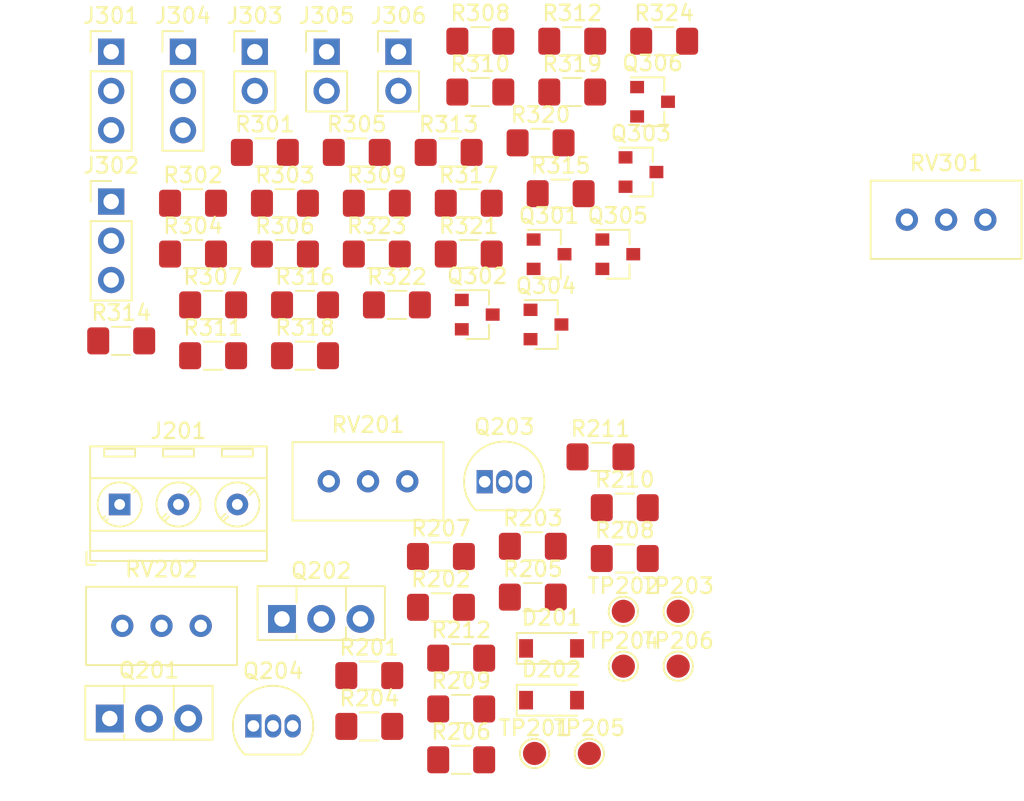
<source format=kicad_pcb>
(kicad_pcb (version 20171130) (host pcbnew 5.1.4)

  (general
    (thickness 1.6)
    (drawings 0)
    (tracks 0)
    (zones 0)
    (modules 64)
    (nets 52)
  )

  (page A4)
  (layers
    (0 F.Cu signal)
    (31 B.Cu signal)
    (32 B.Adhes user)
    (33 F.Adhes user)
    (34 B.Paste user)
    (35 F.Paste user)
    (36 B.SilkS user)
    (37 F.SilkS user)
    (38 B.Mask user)
    (39 F.Mask user)
    (40 Dwgs.User user)
    (41 Cmts.User user)
    (42 Eco1.User user)
    (43 Eco2.User user)
    (44 Edge.Cuts user)
    (45 Margin user)
    (46 B.CrtYd user)
    (47 F.CrtYd user)
    (48 B.Fab user)
    (49 F.Fab user)
  )

  (setup
    (last_trace_width 0.25)
    (trace_clearance 0.2)
    (zone_clearance 0.508)
    (zone_45_only no)
    (trace_min 0.2)
    (via_size 0.8)
    (via_drill 0.4)
    (via_min_size 0.4)
    (via_min_drill 0.3)
    (uvia_size 0.3)
    (uvia_drill 0.1)
    (uvias_allowed no)
    (uvia_min_size 0.2)
    (uvia_min_drill 0.1)
    (edge_width 0.1)
    (segment_width 0.2)
    (pcb_text_width 0.3)
    (pcb_text_size 1.5 1.5)
    (mod_edge_width 0.15)
    (mod_text_size 1 1)
    (mod_text_width 0.15)
    (pad_size 1.524 1.524)
    (pad_drill 0.762)
    (pad_to_mask_clearance 0)
    (aux_axis_origin 0 0)
    (visible_elements FFFFEF7F)
    (pcbplotparams
      (layerselection 0x010fc_ffffffff)
      (usegerberextensions false)
      (usegerberattributes false)
      (usegerberadvancedattributes false)
      (creategerberjobfile false)
      (excludeedgelayer true)
      (linewidth 0.100000)
      (plotframeref false)
      (viasonmask false)
      (mode 1)
      (useauxorigin false)
      (hpglpennumber 1)
      (hpglpenspeed 20)
      (hpglpendiameter 15.000000)
      (psnegative false)
      (psa4output false)
      (plotreference true)
      (plotvalue true)
      (plotinvisibletext false)
      (padsonsilk false)
      (subtractmaskfromsilk false)
      (outputformat 1)
      (mirror false)
      (drillshape 1)
      (scaleselection 1)
      (outputdirectory ""))
  )

  (net 0 "")
  (net 1 "Net-(D201-Pad2)")
  (net 2 /Power/+31V)
  (net 3 "Net-(D202-Pad1)")
  (net 4 /Power/-31V)
  (net 5 "Net-(J201-Pad1)")
  (net 6 GNDPWR)
  (net 7 "Net-(J201-Pad3)")
  (net 8 "Net-(J301-Pad1)")
  (net 9 "Net-(C302-Pad2)")
  (net 10 "Net-(J301-Pad3)")
  (net 11 "Net-(J302-Pad1)")
  (net 12 "Net-(J302-Pad3)")
  (net 13 GNDA)
  (net 14 "Net-(C304-Pad2)")
  (net 15 "Net-(C306-Pad1)")
  (net 16 "Net-(C303-Pad2)")
  (net 17 "Net-(C303-Pad1)")
  (net 18 "Net-(C310-Pad2)")
  (net 19 "Net-(C310-Pad1)")
  (net 20 "Net-(Q201-Pad1)")
  (net 21 "Net-(C203-Pad2)")
  (net 22 "Net-(C204-Pad1)")
  (net 23 "Net-(Q202-Pad1)")
  (net 24 "Net-(C205-Pad1)")
  (net 25 "Net-(C206-Pad2)")
  (net 26 "Net-(C304-Pad1)")
  (net 27 "Net-(Q301-Pad2)")
  (net 28 "Net-(Q301-Pad3)")
  (net 29 "Net-(Q302-Pad3)")
  (net 30 "Net-(Q302-Pad2)")
  (net 31 /Preamp/feedbackTo)
  (net 32 "Net-(Q303-Pad3)")
  (net 33 "Net-(Q303-Pad2)")
  (net 34 "Net-(C309-Pad1)")
  (net 35 "Net-(Q305-Pad2)")
  (net 36 "Net-(C307-Pad1)")
  (net 37 "Net-(C309-Pad2)")
  (net 38 "Net-(Q306-Pad2)")
  (net 39 "Net-(C308-Pad2)")
  (net 40 "Net-(C201-Pad1)")
  (net 41 "Net-(C202-Pad2)")
  (net 42 "Net-(R209-Pad2)")
  (net 43 "Net-(R210-Pad1)")
  (net 44 "Net-(R211-Pad2)")
  (net 45 "Net-(R212-Pad1)")
  (net 46 /Preamp/feedbackFrom)
  (net 47 "Net-(C301-Pad1)")
  (net 48 "Net-(C305-Pad2)")
  (net 49 "Net-(R312-Pad1)")
  (net 50 /Preamp/+31V)
  (net 51 /Preamp/-31V)

  (net_class Default "Это класс цепей по умолчанию."
    (clearance 0.2)
    (trace_width 0.25)
    (via_dia 0.8)
    (via_drill 0.4)
    (uvia_dia 0.3)
    (uvia_drill 0.1)
    (add_net /Power/+31V)
    (add_net /Power/-31V)
    (add_net /Preamp/+31V)
    (add_net /Preamp/-31V)
    (add_net /Preamp/feedbackFrom)
    (add_net /Preamp/feedbackTo)
    (add_net GNDA)
    (add_net GNDPWR)
    (add_net "Net-(C201-Pad1)")
    (add_net "Net-(C202-Pad2)")
    (add_net "Net-(C203-Pad2)")
    (add_net "Net-(C204-Pad1)")
    (add_net "Net-(C205-Pad1)")
    (add_net "Net-(C206-Pad2)")
    (add_net "Net-(C301-Pad1)")
    (add_net "Net-(C302-Pad2)")
    (add_net "Net-(C303-Pad1)")
    (add_net "Net-(C303-Pad2)")
    (add_net "Net-(C304-Pad1)")
    (add_net "Net-(C304-Pad2)")
    (add_net "Net-(C305-Pad2)")
    (add_net "Net-(C306-Pad1)")
    (add_net "Net-(C307-Pad1)")
    (add_net "Net-(C308-Pad2)")
    (add_net "Net-(C309-Pad1)")
    (add_net "Net-(C309-Pad2)")
    (add_net "Net-(C310-Pad1)")
    (add_net "Net-(C310-Pad2)")
    (add_net "Net-(D201-Pad2)")
    (add_net "Net-(D202-Pad1)")
    (add_net "Net-(J201-Pad1)")
    (add_net "Net-(J201-Pad3)")
    (add_net "Net-(J301-Pad1)")
    (add_net "Net-(J301-Pad3)")
    (add_net "Net-(J302-Pad1)")
    (add_net "Net-(J302-Pad3)")
    (add_net "Net-(Q201-Pad1)")
    (add_net "Net-(Q202-Pad1)")
    (add_net "Net-(Q301-Pad2)")
    (add_net "Net-(Q301-Pad3)")
    (add_net "Net-(Q302-Pad2)")
    (add_net "Net-(Q302-Pad3)")
    (add_net "Net-(Q303-Pad2)")
    (add_net "Net-(Q303-Pad3)")
    (add_net "Net-(Q305-Pad2)")
    (add_net "Net-(Q306-Pad2)")
    (add_net "Net-(R209-Pad2)")
    (add_net "Net-(R210-Pad1)")
    (add_net "Net-(R211-Pad2)")
    (add_net "Net-(R212-Pad1)")
    (add_net "Net-(R312-Pad1)")
  )

  (module Diode_SMD:D_SOD-123 (layer F.Cu) (tedit 58645DC7) (tstamp 5D935C53)
    (at 87.485001 92.525001)
    (descr SOD-123)
    (tags SOD-123)
    (path /5DA151AB/5D9FCCA2)
    (attr smd)
    (fp_text reference D201 (at 0 -2) (layer F.SilkS)
      (effects (font (size 1 1) (thickness 0.15)))
    )
    (fp_text value MMSZ5246B (at 0 2.1) (layer F.Fab)
      (effects (font (size 1 1) (thickness 0.15)))
    )
    (fp_line (start -2.25 -1) (end 1.65 -1) (layer F.SilkS) (width 0.12))
    (fp_line (start -2.25 1) (end 1.65 1) (layer F.SilkS) (width 0.12))
    (fp_line (start -2.35 -1.15) (end -2.35 1.15) (layer F.CrtYd) (width 0.05))
    (fp_line (start 2.35 1.15) (end -2.35 1.15) (layer F.CrtYd) (width 0.05))
    (fp_line (start 2.35 -1.15) (end 2.35 1.15) (layer F.CrtYd) (width 0.05))
    (fp_line (start -2.35 -1.15) (end 2.35 -1.15) (layer F.CrtYd) (width 0.05))
    (fp_line (start -1.4 -0.9) (end 1.4 -0.9) (layer F.Fab) (width 0.1))
    (fp_line (start 1.4 -0.9) (end 1.4 0.9) (layer F.Fab) (width 0.1))
    (fp_line (start 1.4 0.9) (end -1.4 0.9) (layer F.Fab) (width 0.1))
    (fp_line (start -1.4 0.9) (end -1.4 -0.9) (layer F.Fab) (width 0.1))
    (fp_line (start -0.75 0) (end -0.35 0) (layer F.Fab) (width 0.1))
    (fp_line (start -0.35 0) (end -0.35 -0.55) (layer F.Fab) (width 0.1))
    (fp_line (start -0.35 0) (end -0.35 0.55) (layer F.Fab) (width 0.1))
    (fp_line (start -0.35 0) (end 0.25 -0.4) (layer F.Fab) (width 0.1))
    (fp_line (start 0.25 -0.4) (end 0.25 0.4) (layer F.Fab) (width 0.1))
    (fp_line (start 0.25 0.4) (end -0.35 0) (layer F.Fab) (width 0.1))
    (fp_line (start 0.25 0) (end 0.75 0) (layer F.Fab) (width 0.1))
    (fp_line (start -2.25 -1) (end -2.25 1) (layer F.SilkS) (width 0.12))
    (fp_text user %R (at 0 -2) (layer F.Fab)
      (effects (font (size 1 1) (thickness 0.15)))
    )
    (pad 2 smd rect (at 1.65 0) (size 0.9 1.2) (layers F.Cu F.Paste F.Mask)
      (net 1 "Net-(D201-Pad2)"))
    (pad 1 smd rect (at -1.65 0) (size 0.9 1.2) (layers F.Cu F.Paste F.Mask)
      (net 2 /Power/+31V))
    (model ${KISYS3DMOD}/Diode_SMD.3dshapes/D_SOD-123.wrl
      (at (xyz 0 0 0))
      (scale (xyz 1 1 1))
      (rotate (xyz 0 0 0))
    )
  )

  (module Diode_SMD:D_SOD-123 (layer F.Cu) (tedit 58645DC7) (tstamp 5D935C6C)
    (at 87.485001 95.875001)
    (descr SOD-123)
    (tags SOD-123)
    (path /5DA151AB/5D92407D)
    (attr smd)
    (fp_text reference D202 (at 0 -2) (layer F.SilkS)
      (effects (font (size 1 1) (thickness 0.15)))
    )
    (fp_text value MMSZ5246B (at 0 2.1) (layer F.Fab)
      (effects (font (size 1 1) (thickness 0.15)))
    )
    (fp_text user %R (at 0 -2) (layer F.Fab)
      (effects (font (size 1 1) (thickness 0.15)))
    )
    (fp_line (start -2.25 -1) (end -2.25 1) (layer F.SilkS) (width 0.12))
    (fp_line (start 0.25 0) (end 0.75 0) (layer F.Fab) (width 0.1))
    (fp_line (start 0.25 0.4) (end -0.35 0) (layer F.Fab) (width 0.1))
    (fp_line (start 0.25 -0.4) (end 0.25 0.4) (layer F.Fab) (width 0.1))
    (fp_line (start -0.35 0) (end 0.25 -0.4) (layer F.Fab) (width 0.1))
    (fp_line (start -0.35 0) (end -0.35 0.55) (layer F.Fab) (width 0.1))
    (fp_line (start -0.35 0) (end -0.35 -0.55) (layer F.Fab) (width 0.1))
    (fp_line (start -0.75 0) (end -0.35 0) (layer F.Fab) (width 0.1))
    (fp_line (start -1.4 0.9) (end -1.4 -0.9) (layer F.Fab) (width 0.1))
    (fp_line (start 1.4 0.9) (end -1.4 0.9) (layer F.Fab) (width 0.1))
    (fp_line (start 1.4 -0.9) (end 1.4 0.9) (layer F.Fab) (width 0.1))
    (fp_line (start -1.4 -0.9) (end 1.4 -0.9) (layer F.Fab) (width 0.1))
    (fp_line (start -2.35 -1.15) (end 2.35 -1.15) (layer F.CrtYd) (width 0.05))
    (fp_line (start 2.35 -1.15) (end 2.35 1.15) (layer F.CrtYd) (width 0.05))
    (fp_line (start 2.35 1.15) (end -2.35 1.15) (layer F.CrtYd) (width 0.05))
    (fp_line (start -2.35 -1.15) (end -2.35 1.15) (layer F.CrtYd) (width 0.05))
    (fp_line (start -2.25 1) (end 1.65 1) (layer F.SilkS) (width 0.12))
    (fp_line (start -2.25 -1) (end 1.65 -1) (layer F.SilkS) (width 0.12))
    (pad 1 smd rect (at -1.65 0) (size 0.9 1.2) (layers F.Cu F.Paste F.Mask)
      (net 3 "Net-(D202-Pad1)"))
    (pad 2 smd rect (at 1.65 0) (size 0.9 1.2) (layers F.Cu F.Paste F.Mask)
      (net 4 /Power/-31V))
    (model ${KISYS3DMOD}/Diode_SMD.3dshapes/D_SOD-123.wrl
      (at (xyz 0 0 0))
      (scale (xyz 1 1 1))
      (rotate (xyz 0 0 0))
    )
  )

  (module TerminalBlock_MetzConnect:TerminalBlock_MetzConnect_Type086_RT03403HBLC_1x03_P3.81mm_Horizontal (layer F.Cu) (tedit 5B294E97) (tstamp 5D935CB9)
    (at 59.525001 83.205001)
    (descr "terminal block Metz Connect Type086_RT03403HBLC, 3 pins, pitch 3.81mm, size 11.3x7.3mm^2, drill diamater 0.7mm, pad diameter 1.4mm, see http://www.metz-connect.com/de/system/files/productfiles/Datenblatt_310861_RT034xxHBLC_OFF-026114K.pdf, script-generated using https://github.com/pointhi/kicad-footprint-generator/scripts/TerminalBlock_MetzConnect")
    (tags "THT terminal block Metz Connect Type086_RT03403HBLC pitch 3.81mm size 11.3x7.3mm^2 drill 0.7mm pad 1.4mm")
    (path /5DA151AB/5D929A0F)
    (fp_text reference J201 (at 3.81 -4.76) (layer F.SilkS)
      (effects (font (size 1 1) (thickness 0.15)))
    )
    (fp_text value Screw_Terminal_01x03 (at 3.81 4.66) (layer F.Fab)
      (effects (font (size 1 1) (thickness 0.15)))
    )
    (fp_circle (center 0 0) (end 1.25 0) (layer F.Fab) (width 0.1))
    (fp_circle (center 0 0) (end 1.43 0) (layer F.SilkS) (width 0.12))
    (fp_circle (center 3.81 0) (end 5.06 0) (layer F.Fab) (width 0.1))
    (fp_circle (center 3.81 0) (end 5.24 0) (layer F.SilkS) (width 0.12))
    (fp_circle (center 7.62 0) (end 8.87 0) (layer F.Fab) (width 0.1))
    (fp_circle (center 7.62 0) (end 9.05 0) (layer F.SilkS) (width 0.12))
    (fp_line (start -1.85 -3.7) (end 9.47 -3.7) (layer F.Fab) (width 0.1))
    (fp_line (start 9.47 -3.7) (end 9.47 3.6) (layer F.Fab) (width 0.1))
    (fp_line (start 9.47 3.6) (end -1.25 3.6) (layer F.Fab) (width 0.1))
    (fp_line (start -1.25 3.6) (end -1.85 3) (layer F.Fab) (width 0.1))
    (fp_line (start -1.85 3) (end -1.85 -3.7) (layer F.Fab) (width 0.1))
    (fp_line (start -1.85 3) (end 9.47 3) (layer F.Fab) (width 0.1))
    (fp_line (start -1.91 3) (end 9.53 3) (layer F.SilkS) (width 0.12))
    (fp_line (start -1.85 1.7) (end 9.47 1.7) (layer F.Fab) (width 0.1))
    (fp_line (start -1.91 1.701) (end 9.53 1.701) (layer F.SilkS) (width 0.12))
    (fp_line (start -1.85 -1.7) (end 9.47 -1.7) (layer F.Fab) (width 0.1))
    (fp_line (start -1.91 -1.7) (end 9.53 -1.7) (layer F.SilkS) (width 0.12))
    (fp_line (start -1.91 -3.76) (end 9.53 -3.76) (layer F.SilkS) (width 0.12))
    (fp_line (start -1.91 3.66) (end 9.53 3.66) (layer F.SilkS) (width 0.12))
    (fp_line (start -1.91 -3.76) (end -1.91 3.66) (layer F.SilkS) (width 0.12))
    (fp_line (start 9.53 -3.76) (end 9.53 3.66) (layer F.SilkS) (width 0.12))
    (fp_line (start 0.949 -0.796) (end -0.796 0.948) (layer F.Fab) (width 0.1))
    (fp_line (start 0.796 -0.948) (end -0.949 0.796) (layer F.Fab) (width 0.1))
    (fp_line (start 1.085 -0.91) (end 0.945 -0.771) (layer F.SilkS) (width 0.12))
    (fp_line (start -0.771 0.945) (end -0.911 1.085) (layer F.SilkS) (width 0.12))
    (fp_line (start 0.911 -1.085) (end 0.771 -0.945) (layer F.SilkS) (width 0.12))
    (fp_line (start -0.946 0.771) (end -1.085 0.91) (layer F.SilkS) (width 0.12))
    (fp_line (start -1 -3.6) (end -1 -3.1) (layer F.Fab) (width 0.1))
    (fp_line (start -1 -3.1) (end 1 -3.1) (layer F.Fab) (width 0.1))
    (fp_line (start 1 -3.1) (end 1 -3.6) (layer F.Fab) (width 0.1))
    (fp_line (start 1 -3.6) (end -1 -3.6) (layer F.Fab) (width 0.1))
    (fp_line (start -1 -3.6) (end 1 -3.6) (layer F.SilkS) (width 0.12))
    (fp_line (start -1 -3.1) (end 1 -3.1) (layer F.SilkS) (width 0.12))
    (fp_line (start -1 -3.6) (end -1 -3.1) (layer F.SilkS) (width 0.12))
    (fp_line (start 1 -3.6) (end 1 -3.1) (layer F.SilkS) (width 0.12))
    (fp_line (start 4.759 -0.796) (end 3.015 0.948) (layer F.Fab) (width 0.1))
    (fp_line (start 4.606 -0.948) (end 2.862 0.796) (layer F.Fab) (width 0.1))
    (fp_line (start 4.895 -0.91) (end 4.596 -0.611) (layer F.SilkS) (width 0.12))
    (fp_line (start 3.2 0.786) (end 2.9 1.085) (layer F.SilkS) (width 0.12))
    (fp_line (start 4.721 -1.085) (end 4.421 -0.786) (layer F.SilkS) (width 0.12))
    (fp_line (start 3.025 0.611) (end 2.726 0.91) (layer F.SilkS) (width 0.12))
    (fp_line (start 2.81 -3.6) (end 2.81 -3.1) (layer F.Fab) (width 0.1))
    (fp_line (start 2.81 -3.1) (end 4.81 -3.1) (layer F.Fab) (width 0.1))
    (fp_line (start 4.81 -3.1) (end 4.81 -3.6) (layer F.Fab) (width 0.1))
    (fp_line (start 4.81 -3.6) (end 2.81 -3.6) (layer F.Fab) (width 0.1))
    (fp_line (start 2.81 -3.6) (end 4.81 -3.6) (layer F.SilkS) (width 0.12))
    (fp_line (start 2.81 -3.1) (end 4.81 -3.1) (layer F.SilkS) (width 0.12))
    (fp_line (start 2.81 -3.6) (end 2.81 -3.1) (layer F.SilkS) (width 0.12))
    (fp_line (start 4.81 -3.6) (end 4.81 -3.1) (layer F.SilkS) (width 0.12))
    (fp_line (start 8.569 -0.796) (end 6.825 0.948) (layer F.Fab) (width 0.1))
    (fp_line (start 8.416 -0.948) (end 6.672 0.796) (layer F.Fab) (width 0.1))
    (fp_line (start 8.705 -0.91) (end 8.406 -0.611) (layer F.SilkS) (width 0.12))
    (fp_line (start 7.01 0.786) (end 6.71 1.085) (layer F.SilkS) (width 0.12))
    (fp_line (start 8.531 -1.085) (end 8.231 -0.786) (layer F.SilkS) (width 0.12))
    (fp_line (start 6.835 0.611) (end 6.536 0.91) (layer F.SilkS) (width 0.12))
    (fp_line (start 6.62 -3.6) (end 6.62 -3.1) (layer F.Fab) (width 0.1))
    (fp_line (start 6.62 -3.1) (end 8.62 -3.1) (layer F.Fab) (width 0.1))
    (fp_line (start 8.62 -3.1) (end 8.62 -3.6) (layer F.Fab) (width 0.1))
    (fp_line (start 8.62 -3.6) (end 6.62 -3.6) (layer F.Fab) (width 0.1))
    (fp_line (start 6.62 -3.6) (end 8.62 -3.6) (layer F.SilkS) (width 0.12))
    (fp_line (start 6.62 -3.1) (end 8.62 -3.1) (layer F.SilkS) (width 0.12))
    (fp_line (start 6.62 -3.6) (end 6.62 -3.1) (layer F.SilkS) (width 0.12))
    (fp_line (start 8.62 -3.6) (end 8.62 -3.1) (layer F.SilkS) (width 0.12))
    (fp_line (start -2.15 3.06) (end -2.15 3.9) (layer F.SilkS) (width 0.12))
    (fp_line (start -2.15 3.9) (end -1.55 3.9) (layer F.SilkS) (width 0.12))
    (fp_line (start -2.35 -4.2) (end -2.35 4.11) (layer F.CrtYd) (width 0.05))
    (fp_line (start -2.35 4.11) (end 9.97 4.11) (layer F.CrtYd) (width 0.05))
    (fp_line (start 9.97 4.11) (end 9.97 -4.2) (layer F.CrtYd) (width 0.05))
    (fp_line (start 9.97 -4.2) (end -2.35 -4.2) (layer F.CrtYd) (width 0.05))
    (fp_text user %R (at 3.81 2.4) (layer F.Fab)
      (effects (font (size 1 1) (thickness 0.15)))
    )
    (pad 1 thru_hole rect (at 0 0) (size 1.4 1.4) (drill 0.7) (layers *.Cu *.Mask)
      (net 5 "Net-(J201-Pad1)"))
    (pad 2 thru_hole circle (at 3.81 0) (size 1.4 1.4) (drill 0.7) (layers *.Cu *.Mask)
      (net 6 GNDPWR))
    (pad 3 thru_hole circle (at 7.62 0) (size 1.4 1.4) (drill 0.7) (layers *.Cu *.Mask)
      (net 7 "Net-(J201-Pad3)"))
    (model ${KISYS3DMOD}/TerminalBlock_MetzConnect.3dshapes/TerminalBlock_MetzConnect_Type086_RT03403HBLC_1x03_P3.81mm_Horizontal.wrl
      (at (xyz 0 0 0))
      (scale (xyz 1 1 1))
      (rotate (xyz 0 0 0))
    )
  )

  (module Connector_PinHeader_2.54mm:PinHeader_1x03_P2.54mm_Vertical (layer F.Cu) (tedit 59FED5CC) (tstamp 5D935CD0)
    (at 58.975001 53.895001)
    (descr "Through hole straight pin header, 1x03, 2.54mm pitch, single row")
    (tags "Through hole pin header THT 1x03 2.54mm single row")
    (path /5DA299FB/5DA403FC)
    (fp_text reference J301 (at 0 -2.33) (layer F.SilkS)
      (effects (font (size 1 1) (thickness 0.15)))
    )
    (fp_text value "Tone block On/Off" (at 0 7.41) (layer F.Fab)
      (effects (font (size 1 1) (thickness 0.15)))
    )
    (fp_line (start -0.635 -1.27) (end 1.27 -1.27) (layer F.Fab) (width 0.1))
    (fp_line (start 1.27 -1.27) (end 1.27 6.35) (layer F.Fab) (width 0.1))
    (fp_line (start 1.27 6.35) (end -1.27 6.35) (layer F.Fab) (width 0.1))
    (fp_line (start -1.27 6.35) (end -1.27 -0.635) (layer F.Fab) (width 0.1))
    (fp_line (start -1.27 -0.635) (end -0.635 -1.27) (layer F.Fab) (width 0.1))
    (fp_line (start -1.33 6.41) (end 1.33 6.41) (layer F.SilkS) (width 0.12))
    (fp_line (start -1.33 1.27) (end -1.33 6.41) (layer F.SilkS) (width 0.12))
    (fp_line (start 1.33 1.27) (end 1.33 6.41) (layer F.SilkS) (width 0.12))
    (fp_line (start -1.33 1.27) (end 1.33 1.27) (layer F.SilkS) (width 0.12))
    (fp_line (start -1.33 0) (end -1.33 -1.33) (layer F.SilkS) (width 0.12))
    (fp_line (start -1.33 -1.33) (end 0 -1.33) (layer F.SilkS) (width 0.12))
    (fp_line (start -1.8 -1.8) (end -1.8 6.85) (layer F.CrtYd) (width 0.05))
    (fp_line (start -1.8 6.85) (end 1.8 6.85) (layer F.CrtYd) (width 0.05))
    (fp_line (start 1.8 6.85) (end 1.8 -1.8) (layer F.CrtYd) (width 0.05))
    (fp_line (start 1.8 -1.8) (end -1.8 -1.8) (layer F.CrtYd) (width 0.05))
    (fp_text user %R (at 0 2.54 90) (layer F.Fab)
      (effects (font (size 1 1) (thickness 0.15)))
    )
    (pad 1 thru_hole rect (at 0 0) (size 1.7 1.7) (drill 1) (layers *.Cu *.Mask)
      (net 8 "Net-(J301-Pad1)"))
    (pad 2 thru_hole oval (at 0 2.54) (size 1.7 1.7) (drill 1) (layers *.Cu *.Mask)
      (net 9 "Net-(C302-Pad2)"))
    (pad 3 thru_hole oval (at 0 5.08) (size 1.7 1.7) (drill 1) (layers *.Cu *.Mask)
      (net 10 "Net-(J301-Pad3)"))
    (model ${KISYS3DMOD}/Connector_PinHeader_2.54mm.3dshapes/PinHeader_1x03_P2.54mm_Vertical.wrl
      (at (xyz 0 0 0))
      (scale (xyz 1 1 1))
      (rotate (xyz 0 0 0))
    )
  )

  (module Connector_PinHeader_2.54mm:PinHeader_1x03_P2.54mm_Vertical (layer F.Cu) (tedit 59FED5CC) (tstamp 5D935CE7)
    (at 58.975001 63.595001)
    (descr "Through hole straight pin header, 1x03, 2.54mm pitch, single row")
    (tags "Through hole pin header THT 1x03 2.54mm single row")
    (path /5DA299FB/5DA40DB3)
    (fp_text reference J302 (at 0 -2.33) (layer F.SilkS)
      (effects (font (size 1 1) (thickness 0.15)))
    )
    (fp_text value 100k (at 0 7.41) (layer F.Fab)
      (effects (font (size 1 1) (thickness 0.15)))
    )
    (fp_line (start -0.635 -1.27) (end 1.27 -1.27) (layer F.Fab) (width 0.1))
    (fp_line (start 1.27 -1.27) (end 1.27 6.35) (layer F.Fab) (width 0.1))
    (fp_line (start 1.27 6.35) (end -1.27 6.35) (layer F.Fab) (width 0.1))
    (fp_line (start -1.27 6.35) (end -1.27 -0.635) (layer F.Fab) (width 0.1))
    (fp_line (start -1.27 -0.635) (end -0.635 -1.27) (layer F.Fab) (width 0.1))
    (fp_line (start -1.33 6.41) (end 1.33 6.41) (layer F.SilkS) (width 0.12))
    (fp_line (start -1.33 1.27) (end -1.33 6.41) (layer F.SilkS) (width 0.12))
    (fp_line (start 1.33 1.27) (end 1.33 6.41) (layer F.SilkS) (width 0.12))
    (fp_line (start -1.33 1.27) (end 1.33 1.27) (layer F.SilkS) (width 0.12))
    (fp_line (start -1.33 0) (end -1.33 -1.33) (layer F.SilkS) (width 0.12))
    (fp_line (start -1.33 -1.33) (end 0 -1.33) (layer F.SilkS) (width 0.12))
    (fp_line (start -1.8 -1.8) (end -1.8 6.85) (layer F.CrtYd) (width 0.05))
    (fp_line (start -1.8 6.85) (end 1.8 6.85) (layer F.CrtYd) (width 0.05))
    (fp_line (start 1.8 6.85) (end 1.8 -1.8) (layer F.CrtYd) (width 0.05))
    (fp_line (start 1.8 -1.8) (end -1.8 -1.8) (layer F.CrtYd) (width 0.05))
    (fp_text user %R (at 0 2.54 90) (layer F.Fab)
      (effects (font (size 1 1) (thickness 0.15)))
    )
    (pad 1 thru_hole rect (at 0 0) (size 1.7 1.7) (drill 1) (layers *.Cu *.Mask)
      (net 11 "Net-(J302-Pad1)"))
    (pad 2 thru_hole oval (at 0 2.54) (size 1.7 1.7) (drill 1) (layers *.Cu *.Mask)
      (net 8 "Net-(J301-Pad1)"))
    (pad 3 thru_hole oval (at 0 5.08) (size 1.7 1.7) (drill 1) (layers *.Cu *.Mask)
      (net 12 "Net-(J302-Pad3)"))
    (model ${KISYS3DMOD}/Connector_PinHeader_2.54mm.3dshapes/PinHeader_1x03_P2.54mm_Vertical.wrl
      (at (xyz 0 0 0))
      (scale (xyz 1 1 1))
      (rotate (xyz 0 0 0))
    )
  )

  (module Connector_PinHeader_2.54mm:PinHeader_1x02_P2.54mm_Vertical (layer F.Cu) (tedit 59FED5CC) (tstamp 5D935CFD)
    (at 68.275001 53.895001)
    (descr "Through hole straight pin header, 1x02, 2.54mm pitch, single row")
    (tags "Through hole pin header THT 1x02 2.54mm single row")
    (path /5DA299FB/5D9C7038)
    (fp_text reference J303 (at 0 -2.33) (layer F.SilkS)
      (effects (font (size 1 1) (thickness 0.15)))
    )
    (fp_text value IN (at 0 4.87) (layer F.Fab)
      (effects (font (size 1 1) (thickness 0.15)))
    )
    (fp_line (start -0.635 -1.27) (end 1.27 -1.27) (layer F.Fab) (width 0.1))
    (fp_line (start 1.27 -1.27) (end 1.27 3.81) (layer F.Fab) (width 0.1))
    (fp_line (start 1.27 3.81) (end -1.27 3.81) (layer F.Fab) (width 0.1))
    (fp_line (start -1.27 3.81) (end -1.27 -0.635) (layer F.Fab) (width 0.1))
    (fp_line (start -1.27 -0.635) (end -0.635 -1.27) (layer F.Fab) (width 0.1))
    (fp_line (start -1.33 3.87) (end 1.33 3.87) (layer F.SilkS) (width 0.12))
    (fp_line (start -1.33 1.27) (end -1.33 3.87) (layer F.SilkS) (width 0.12))
    (fp_line (start 1.33 1.27) (end 1.33 3.87) (layer F.SilkS) (width 0.12))
    (fp_line (start -1.33 1.27) (end 1.33 1.27) (layer F.SilkS) (width 0.12))
    (fp_line (start -1.33 0) (end -1.33 -1.33) (layer F.SilkS) (width 0.12))
    (fp_line (start -1.33 -1.33) (end 0 -1.33) (layer F.SilkS) (width 0.12))
    (fp_line (start -1.8 -1.8) (end -1.8 4.35) (layer F.CrtYd) (width 0.05))
    (fp_line (start -1.8 4.35) (end 1.8 4.35) (layer F.CrtYd) (width 0.05))
    (fp_line (start 1.8 4.35) (end 1.8 -1.8) (layer F.CrtYd) (width 0.05))
    (fp_line (start 1.8 -1.8) (end -1.8 -1.8) (layer F.CrtYd) (width 0.05))
    (fp_text user %R (at 0 1.27 90) (layer F.Fab)
      (effects (font (size 1 1) (thickness 0.15)))
    )
    (pad 1 thru_hole rect (at 0 0) (size 1.7 1.7) (drill 1) (layers *.Cu *.Mask)
      (net 13 GNDA))
    (pad 2 thru_hole oval (at 0 2.54) (size 1.7 1.7) (drill 1) (layers *.Cu *.Mask)
      (net 14 "Net-(C304-Pad2)"))
    (model ${KISYS3DMOD}/Connector_PinHeader_2.54mm.3dshapes/PinHeader_1x02_P2.54mm_Vertical.wrl
      (at (xyz 0 0 0))
      (scale (xyz 1 1 1))
      (rotate (xyz 0 0 0))
    )
  )

  (module Connector_PinHeader_2.54mm:PinHeader_1x03_P2.54mm_Vertical (layer F.Cu) (tedit 59FED5CC) (tstamp 5D935D14)
    (at 63.625001 53.895001)
    (descr "Through hole straight pin header, 1x03, 2.54mm pitch, single row")
    (tags "Through hole pin header THT 1x03 2.54mm single row")
    (path /5DA299FB/5DA41292)
    (fp_text reference J304 (at 0 -2.33) (layer F.SilkS)
      (effects (font (size 1 1) (thickness 0.15)))
    )
    (fp_text value 100k (at 0 7.41) (layer F.Fab)
      (effects (font (size 1 1) (thickness 0.15)))
    )
    (fp_text user %R (at 0 2.54 90) (layer F.Fab)
      (effects (font (size 1 1) (thickness 0.15)))
    )
    (fp_line (start 1.8 -1.8) (end -1.8 -1.8) (layer F.CrtYd) (width 0.05))
    (fp_line (start 1.8 6.85) (end 1.8 -1.8) (layer F.CrtYd) (width 0.05))
    (fp_line (start -1.8 6.85) (end 1.8 6.85) (layer F.CrtYd) (width 0.05))
    (fp_line (start -1.8 -1.8) (end -1.8 6.85) (layer F.CrtYd) (width 0.05))
    (fp_line (start -1.33 -1.33) (end 0 -1.33) (layer F.SilkS) (width 0.12))
    (fp_line (start -1.33 0) (end -1.33 -1.33) (layer F.SilkS) (width 0.12))
    (fp_line (start -1.33 1.27) (end 1.33 1.27) (layer F.SilkS) (width 0.12))
    (fp_line (start 1.33 1.27) (end 1.33 6.41) (layer F.SilkS) (width 0.12))
    (fp_line (start -1.33 1.27) (end -1.33 6.41) (layer F.SilkS) (width 0.12))
    (fp_line (start -1.33 6.41) (end 1.33 6.41) (layer F.SilkS) (width 0.12))
    (fp_line (start -1.27 -0.635) (end -0.635 -1.27) (layer F.Fab) (width 0.1))
    (fp_line (start -1.27 6.35) (end -1.27 -0.635) (layer F.Fab) (width 0.1))
    (fp_line (start 1.27 6.35) (end -1.27 6.35) (layer F.Fab) (width 0.1))
    (fp_line (start 1.27 -1.27) (end 1.27 6.35) (layer F.Fab) (width 0.1))
    (fp_line (start -0.635 -1.27) (end 1.27 -1.27) (layer F.Fab) (width 0.1))
    (pad 3 thru_hole oval (at 0 5.08) (size 1.7 1.7) (drill 1) (layers *.Cu *.Mask)
      (net 15 "Net-(C306-Pad1)"))
    (pad 2 thru_hole oval (at 0 2.54) (size 1.7 1.7) (drill 1) (layers *.Cu *.Mask)
      (net 16 "Net-(C303-Pad2)"))
    (pad 1 thru_hole rect (at 0 0) (size 1.7 1.7) (drill 1) (layers *.Cu *.Mask)
      (net 17 "Net-(C303-Pad1)"))
    (model ${KISYS3DMOD}/Connector_PinHeader_2.54mm.3dshapes/PinHeader_1x03_P2.54mm_Vertical.wrl
      (at (xyz 0 0 0))
      (scale (xyz 1 1 1))
      (rotate (xyz 0 0 0))
    )
  )

  (module Connector_PinHeader_2.54mm:PinHeader_1x02_P2.54mm_Vertical (layer F.Cu) (tedit 59FED5CC) (tstamp 5D935D2A)
    (at 72.925001 53.895001)
    (descr "Through hole straight pin header, 1x02, 2.54mm pitch, single row")
    (tags "Through hole pin header THT 1x02 2.54mm single row")
    (path /5DA299FB/5D9DAC2F)
    (fp_text reference J305 (at 0 -2.33) (layer F.SilkS)
      (effects (font (size 1 1) (thickness 0.15)))
    )
    (fp_text value OUT (at 0 4.87) (layer F.Fab)
      (effects (font (size 1 1) (thickness 0.15)))
    )
    (fp_line (start -0.635 -1.27) (end 1.27 -1.27) (layer F.Fab) (width 0.1))
    (fp_line (start 1.27 -1.27) (end 1.27 3.81) (layer F.Fab) (width 0.1))
    (fp_line (start 1.27 3.81) (end -1.27 3.81) (layer F.Fab) (width 0.1))
    (fp_line (start -1.27 3.81) (end -1.27 -0.635) (layer F.Fab) (width 0.1))
    (fp_line (start -1.27 -0.635) (end -0.635 -1.27) (layer F.Fab) (width 0.1))
    (fp_line (start -1.33 3.87) (end 1.33 3.87) (layer F.SilkS) (width 0.12))
    (fp_line (start -1.33 1.27) (end -1.33 3.87) (layer F.SilkS) (width 0.12))
    (fp_line (start 1.33 1.27) (end 1.33 3.87) (layer F.SilkS) (width 0.12))
    (fp_line (start -1.33 1.27) (end 1.33 1.27) (layer F.SilkS) (width 0.12))
    (fp_line (start -1.33 0) (end -1.33 -1.33) (layer F.SilkS) (width 0.12))
    (fp_line (start -1.33 -1.33) (end 0 -1.33) (layer F.SilkS) (width 0.12))
    (fp_line (start -1.8 -1.8) (end -1.8 4.35) (layer F.CrtYd) (width 0.05))
    (fp_line (start -1.8 4.35) (end 1.8 4.35) (layer F.CrtYd) (width 0.05))
    (fp_line (start 1.8 4.35) (end 1.8 -1.8) (layer F.CrtYd) (width 0.05))
    (fp_line (start 1.8 -1.8) (end -1.8 -1.8) (layer F.CrtYd) (width 0.05))
    (fp_text user %R (at 0 1.27 90) (layer F.Fab)
      (effects (font (size 1 1) (thickness 0.15)))
    )
    (pad 1 thru_hole rect (at 0 0) (size 1.7 1.7) (drill 1) (layers *.Cu *.Mask)
      (net 18 "Net-(C310-Pad2)"))
    (pad 2 thru_hole oval (at 0 2.54) (size 1.7 1.7) (drill 1) (layers *.Cu *.Mask)
      (net 13 GNDA))
    (model ${KISYS3DMOD}/Connector_PinHeader_2.54mm.3dshapes/PinHeader_1x02_P2.54mm_Vertical.wrl
      (at (xyz 0 0 0))
      (scale (xyz 1 1 1))
      (rotate (xyz 0 0 0))
    )
  )

  (module Connector_PinHeader_2.54mm:PinHeader_1x02_P2.54mm_Vertical (layer F.Cu) (tedit 59FED5CC) (tstamp 5D935D40)
    (at 77.575001 53.895001)
    (descr "Through hole straight pin header, 1x02, 2.54mm pitch, single row")
    (tags "Through hole pin header THT 1x02 2.54mm single row")
    (path /5DA299FB/5D9DA01F)
    (fp_text reference J306 (at 0 -2.33) (layer F.SilkS)
      (effects (font (size 1 1) (thickness 0.15)))
    )
    (fp_text value "9K Filter On/Off" (at 0 4.87) (layer F.Fab)
      (effects (font (size 1 1) (thickness 0.15)))
    )
    (fp_text user %R (at 0 1.27 90) (layer F.Fab)
      (effects (font (size 1 1) (thickness 0.15)))
    )
    (fp_line (start 1.8 -1.8) (end -1.8 -1.8) (layer F.CrtYd) (width 0.05))
    (fp_line (start 1.8 4.35) (end 1.8 -1.8) (layer F.CrtYd) (width 0.05))
    (fp_line (start -1.8 4.35) (end 1.8 4.35) (layer F.CrtYd) (width 0.05))
    (fp_line (start -1.8 -1.8) (end -1.8 4.35) (layer F.CrtYd) (width 0.05))
    (fp_line (start -1.33 -1.33) (end 0 -1.33) (layer F.SilkS) (width 0.12))
    (fp_line (start -1.33 0) (end -1.33 -1.33) (layer F.SilkS) (width 0.12))
    (fp_line (start -1.33 1.27) (end 1.33 1.27) (layer F.SilkS) (width 0.12))
    (fp_line (start 1.33 1.27) (end 1.33 3.87) (layer F.SilkS) (width 0.12))
    (fp_line (start -1.33 1.27) (end -1.33 3.87) (layer F.SilkS) (width 0.12))
    (fp_line (start -1.33 3.87) (end 1.33 3.87) (layer F.SilkS) (width 0.12))
    (fp_line (start -1.27 -0.635) (end -0.635 -1.27) (layer F.Fab) (width 0.1))
    (fp_line (start -1.27 3.81) (end -1.27 -0.635) (layer F.Fab) (width 0.1))
    (fp_line (start 1.27 3.81) (end -1.27 3.81) (layer F.Fab) (width 0.1))
    (fp_line (start 1.27 -1.27) (end 1.27 3.81) (layer F.Fab) (width 0.1))
    (fp_line (start -0.635 -1.27) (end 1.27 -1.27) (layer F.Fab) (width 0.1))
    (pad 2 thru_hole oval (at 0 2.54) (size 1.7 1.7) (drill 1) (layers *.Cu *.Mask)
      (net 13 GNDA))
    (pad 1 thru_hole rect (at 0 0) (size 1.7 1.7) (drill 1) (layers *.Cu *.Mask)
      (net 19 "Net-(C310-Pad1)"))
    (model ${KISYS3DMOD}/Connector_PinHeader_2.54mm.3dshapes/PinHeader_1x02_P2.54mm_Vertical.wrl
      (at (xyz 0 0 0))
      (scale (xyz 1 1 1))
      (rotate (xyz 0 0 0))
    )
  )

  (module Package_TO_SOT_THT:TO-126-3_Vertical (layer F.Cu) (tedit 5AC8BA0D) (tstamp 5D935D5A)
    (at 58.885001 97.065001)
    (descr "TO-126-3, Vertical, RM 2.54mm, see https://www.diodes.com/assets/Package-Files/TO126.pdf")
    (tags "TO-126-3 Vertical RM 2.54mm")
    (path /5DA151AB/5D921983)
    (fp_text reference Q201 (at 2.54 -3.12) (layer F.SilkS)
      (effects (font (size 1 1) (thickness 0.15)))
    )
    (fp_text value BD140 (at 2.54 2.5) (layer F.Fab)
      (effects (font (size 1 1) (thickness 0.15)))
    )
    (fp_line (start -1.46 -2) (end -1.46 1.25) (layer F.Fab) (width 0.1))
    (fp_line (start -1.46 1.25) (end 6.54 1.25) (layer F.Fab) (width 0.1))
    (fp_line (start 6.54 1.25) (end 6.54 -2) (layer F.Fab) (width 0.1))
    (fp_line (start 6.54 -2) (end -1.46 -2) (layer F.Fab) (width 0.1))
    (fp_line (start 0.94 -2) (end 0.94 1.25) (layer F.Fab) (width 0.1))
    (fp_line (start 4.14 -2) (end 4.14 1.25) (layer F.Fab) (width 0.1))
    (fp_line (start -1.58 -2.12) (end 6.66 -2.12) (layer F.SilkS) (width 0.12))
    (fp_line (start -1.58 1.37) (end 6.66 1.37) (layer F.SilkS) (width 0.12))
    (fp_line (start -1.58 -2.12) (end -1.58 1.37) (layer F.SilkS) (width 0.12))
    (fp_line (start 6.66 -2.12) (end 6.66 1.37) (layer F.SilkS) (width 0.12))
    (fp_line (start 0.94 -2.12) (end 0.94 -1.05) (layer F.SilkS) (width 0.12))
    (fp_line (start 0.94 1.05) (end 0.94 1.37) (layer F.SilkS) (width 0.12))
    (fp_line (start 4.141 -2.12) (end 4.141 -0.54) (layer F.SilkS) (width 0.12))
    (fp_line (start 4.141 0.54) (end 4.141 1.37) (layer F.SilkS) (width 0.12))
    (fp_line (start -1.71 -2.25) (end -1.71 1.5) (layer F.CrtYd) (width 0.05))
    (fp_line (start -1.71 1.5) (end 6.79 1.5) (layer F.CrtYd) (width 0.05))
    (fp_line (start 6.79 1.5) (end 6.79 -2.25) (layer F.CrtYd) (width 0.05))
    (fp_line (start 6.79 -2.25) (end -1.71 -2.25) (layer F.CrtYd) (width 0.05))
    (fp_text user %R (at 2.54 -3.12) (layer F.Fab)
      (effects (font (size 1 1) (thickness 0.15)))
    )
    (pad 1 thru_hole rect (at 0 0) (size 1.8 1.8) (drill 1) (layers *.Cu *.Mask)
      (net 20 "Net-(Q201-Pad1)"))
    (pad 2 thru_hole oval (at 2.54 0) (size 1.8 1.8) (drill 1) (layers *.Cu *.Mask)
      (net 2 /Power/+31V))
    (pad 3 thru_hole oval (at 5.08 0) (size 1.8 1.8) (drill 1) (layers *.Cu *.Mask)
      (net 21 "Net-(C203-Pad2)"))
    (model ${KISYS3DMOD}/Package_TO_SOT_THT.3dshapes/TO-126-3_Vertical.wrl
      (at (xyz 0 0 0))
      (scale (xyz 1 1 1))
      (rotate (xyz 0 0 0))
    )
  )

  (module Package_TO_SOT_THT:TO-126-3_Vertical (layer F.Cu) (tedit 5AC8BA0D) (tstamp 5D935D74)
    (at 70.035001 90.615001)
    (descr "TO-126-3, Vertical, RM 2.54mm, see https://www.diodes.com/assets/Package-Files/TO126.pdf")
    (tags "TO-126-3 Vertical RM 2.54mm")
    (path /5DA151AB/5D923112)
    (fp_text reference Q202 (at 2.54 -3.12) (layer F.SilkS)
      (effects (font (size 1 1) (thickness 0.15)))
    )
    (fp_text value BD139 (at 2.54 2.5) (layer F.Fab)
      (effects (font (size 1 1) (thickness 0.15)))
    )
    (fp_text user %R (at 2.54 -3.12) (layer F.Fab)
      (effects (font (size 1 1) (thickness 0.15)))
    )
    (fp_line (start 6.79 -2.25) (end -1.71 -2.25) (layer F.CrtYd) (width 0.05))
    (fp_line (start 6.79 1.5) (end 6.79 -2.25) (layer F.CrtYd) (width 0.05))
    (fp_line (start -1.71 1.5) (end 6.79 1.5) (layer F.CrtYd) (width 0.05))
    (fp_line (start -1.71 -2.25) (end -1.71 1.5) (layer F.CrtYd) (width 0.05))
    (fp_line (start 4.141 0.54) (end 4.141 1.37) (layer F.SilkS) (width 0.12))
    (fp_line (start 4.141 -2.12) (end 4.141 -0.54) (layer F.SilkS) (width 0.12))
    (fp_line (start 0.94 1.05) (end 0.94 1.37) (layer F.SilkS) (width 0.12))
    (fp_line (start 0.94 -2.12) (end 0.94 -1.05) (layer F.SilkS) (width 0.12))
    (fp_line (start 6.66 -2.12) (end 6.66 1.37) (layer F.SilkS) (width 0.12))
    (fp_line (start -1.58 -2.12) (end -1.58 1.37) (layer F.SilkS) (width 0.12))
    (fp_line (start -1.58 1.37) (end 6.66 1.37) (layer F.SilkS) (width 0.12))
    (fp_line (start -1.58 -2.12) (end 6.66 -2.12) (layer F.SilkS) (width 0.12))
    (fp_line (start 4.14 -2) (end 4.14 1.25) (layer F.Fab) (width 0.1))
    (fp_line (start 0.94 -2) (end 0.94 1.25) (layer F.Fab) (width 0.1))
    (fp_line (start 6.54 -2) (end -1.46 -2) (layer F.Fab) (width 0.1))
    (fp_line (start 6.54 1.25) (end 6.54 -2) (layer F.Fab) (width 0.1))
    (fp_line (start -1.46 1.25) (end 6.54 1.25) (layer F.Fab) (width 0.1))
    (fp_line (start -1.46 -2) (end -1.46 1.25) (layer F.Fab) (width 0.1))
    (pad 3 thru_hole oval (at 5.08 0) (size 1.8 1.8) (drill 1) (layers *.Cu *.Mask)
      (net 22 "Net-(C204-Pad1)"))
    (pad 2 thru_hole oval (at 2.54 0) (size 1.8 1.8) (drill 1) (layers *.Cu *.Mask)
      (net 4 /Power/-31V))
    (pad 1 thru_hole rect (at 0 0) (size 1.8 1.8) (drill 1) (layers *.Cu *.Mask)
      (net 23 "Net-(Q202-Pad1)"))
    (model ${KISYS3DMOD}/Package_TO_SOT_THT.3dshapes/TO-126-3_Vertical.wrl
      (at (xyz 0 0 0))
      (scale (xyz 1 1 1))
      (rotate (xyz 0 0 0))
    )
  )

  (module Package_TO_SOT_THT:TO-92_Inline (layer F.Cu) (tedit 5A1DD157) (tstamp 5D935D86)
    (at 83.155001 81.735001)
    (descr "TO-92 leads in-line, narrow, oval pads, drill 0.75mm (see NXP sot054_po.pdf)")
    (tags "to-92 sc-43 sc-43a sot54 PA33 transistor")
    (path /5DA151AB/5D922F0B)
    (fp_text reference Q203 (at 1.27 -3.56) (layer F.SilkS)
      (effects (font (size 1 1) (thickness 0.15)))
    )
    (fp_text value 2N3904 (at 1.27 2.79) (layer F.Fab)
      (effects (font (size 1 1) (thickness 0.15)))
    )
    (fp_arc (start 1.27 0) (end 1.27 -2.6) (angle 135) (layer F.SilkS) (width 0.12))
    (fp_arc (start 1.27 0) (end 1.27 -2.48) (angle -135) (layer F.Fab) (width 0.1))
    (fp_arc (start 1.27 0) (end 1.27 -2.6) (angle -135) (layer F.SilkS) (width 0.12))
    (fp_arc (start 1.27 0) (end 1.27 -2.48) (angle 135) (layer F.Fab) (width 0.1))
    (fp_line (start 4 2.01) (end -1.46 2.01) (layer F.CrtYd) (width 0.05))
    (fp_line (start 4 2.01) (end 4 -2.73) (layer F.CrtYd) (width 0.05))
    (fp_line (start -1.46 -2.73) (end -1.46 2.01) (layer F.CrtYd) (width 0.05))
    (fp_line (start -1.46 -2.73) (end 4 -2.73) (layer F.CrtYd) (width 0.05))
    (fp_line (start -0.5 1.75) (end 3 1.75) (layer F.Fab) (width 0.1))
    (fp_line (start -0.53 1.85) (end 3.07 1.85) (layer F.SilkS) (width 0.12))
    (fp_text user %R (at 1.27 -3.56) (layer F.Fab)
      (effects (font (size 1 1) (thickness 0.15)))
    )
    (pad 1 thru_hole rect (at 0 0) (size 1.05 1.5) (drill 0.75) (layers *.Cu *.Mask)
      (net 1 "Net-(D201-Pad2)"))
    (pad 3 thru_hole oval (at 2.54 0) (size 1.05 1.5) (drill 0.75) (layers *.Cu *.Mask)
      (net 21 "Net-(C203-Pad2)"))
    (pad 2 thru_hole oval (at 1.27 0) (size 1.05 1.5) (drill 0.75) (layers *.Cu *.Mask)
      (net 24 "Net-(C205-Pad1)"))
    (model ${KISYS3DMOD}/Package_TO_SOT_THT.3dshapes/TO-92_Inline.wrl
      (at (xyz 0 0 0))
      (scale (xyz 1 1 1))
      (rotate (xyz 0 0 0))
    )
  )

  (module Package_TO_SOT_THT:TO-92_Inline (layer F.Cu) (tedit 5A1DD157) (tstamp 5D935D98)
    (at 68.185001 97.545001)
    (descr "TO-92 leads in-line, narrow, oval pads, drill 0.75mm (see NXP sot054_po.pdf)")
    (tags "to-92 sc-43 sc-43a sot54 PA33 transistor")
    (path /5DA151AB/5D92267A)
    (fp_text reference Q204 (at 1.27 -3.56) (layer F.SilkS)
      (effects (font (size 1 1) (thickness 0.15)))
    )
    (fp_text value 2N3905 (at 1.27 2.79) (layer F.Fab)
      (effects (font (size 1 1) (thickness 0.15)))
    )
    (fp_text user %R (at 1.27 -3.56) (layer F.Fab)
      (effects (font (size 1 1) (thickness 0.15)))
    )
    (fp_line (start -0.53 1.85) (end 3.07 1.85) (layer F.SilkS) (width 0.12))
    (fp_line (start -0.5 1.75) (end 3 1.75) (layer F.Fab) (width 0.1))
    (fp_line (start -1.46 -2.73) (end 4 -2.73) (layer F.CrtYd) (width 0.05))
    (fp_line (start -1.46 -2.73) (end -1.46 2.01) (layer F.CrtYd) (width 0.05))
    (fp_line (start 4 2.01) (end 4 -2.73) (layer F.CrtYd) (width 0.05))
    (fp_line (start 4 2.01) (end -1.46 2.01) (layer F.CrtYd) (width 0.05))
    (fp_arc (start 1.27 0) (end 1.27 -2.48) (angle 135) (layer F.Fab) (width 0.1))
    (fp_arc (start 1.27 0) (end 1.27 -2.6) (angle -135) (layer F.SilkS) (width 0.12))
    (fp_arc (start 1.27 0) (end 1.27 -2.48) (angle -135) (layer F.Fab) (width 0.1))
    (fp_arc (start 1.27 0) (end 1.27 -2.6) (angle 135) (layer F.SilkS) (width 0.12))
    (pad 2 thru_hole oval (at 1.27 0) (size 1.05 1.5) (drill 0.75) (layers *.Cu *.Mask)
      (net 25 "Net-(C206-Pad2)"))
    (pad 3 thru_hole oval (at 2.54 0) (size 1.05 1.5) (drill 0.75) (layers *.Cu *.Mask)
      (net 22 "Net-(C204-Pad1)"))
    (pad 1 thru_hole rect (at 0 0) (size 1.05 1.5) (drill 0.75) (layers *.Cu *.Mask)
      (net 3 "Net-(D202-Pad1)"))
    (model ${KISYS3DMOD}/Package_TO_SOT_THT.3dshapes/TO-92_Inline.wrl
      (at (xyz 0 0 0))
      (scale (xyz 1 1 1))
      (rotate (xyz 0 0 0))
    )
  )

  (module Package_TO_SOT_SMD:SOT-23 (layer F.Cu) (tedit 5A02FF57) (tstamp 5D935DAD)
    (at 87.325001 67.005001)
    (descr "SOT-23, Standard")
    (tags SOT-23)
    (path /5DA299FB/5D945307)
    (attr smd)
    (fp_text reference Q301 (at 0 -2.5) (layer F.SilkS)
      (effects (font (size 1 1) (thickness 0.15)))
    )
    (fp_text value BSS138 (at 0 2.5) (layer F.Fab)
      (effects (font (size 1 1) (thickness 0.15)))
    )
    (fp_text user %R (at 0 0 90) (layer F.Fab)
      (effects (font (size 0.5 0.5) (thickness 0.075)))
    )
    (fp_line (start -0.7 -0.95) (end -0.7 1.5) (layer F.Fab) (width 0.1))
    (fp_line (start -0.15 -1.52) (end 0.7 -1.52) (layer F.Fab) (width 0.1))
    (fp_line (start -0.7 -0.95) (end -0.15 -1.52) (layer F.Fab) (width 0.1))
    (fp_line (start 0.7 -1.52) (end 0.7 1.52) (layer F.Fab) (width 0.1))
    (fp_line (start -0.7 1.52) (end 0.7 1.52) (layer F.Fab) (width 0.1))
    (fp_line (start 0.76 1.58) (end 0.76 0.65) (layer F.SilkS) (width 0.12))
    (fp_line (start 0.76 -1.58) (end 0.76 -0.65) (layer F.SilkS) (width 0.12))
    (fp_line (start -1.7 -1.75) (end 1.7 -1.75) (layer F.CrtYd) (width 0.05))
    (fp_line (start 1.7 -1.75) (end 1.7 1.75) (layer F.CrtYd) (width 0.05))
    (fp_line (start 1.7 1.75) (end -1.7 1.75) (layer F.CrtYd) (width 0.05))
    (fp_line (start -1.7 1.75) (end -1.7 -1.75) (layer F.CrtYd) (width 0.05))
    (fp_line (start 0.76 -1.58) (end -1.4 -1.58) (layer F.SilkS) (width 0.12))
    (fp_line (start 0.76 1.58) (end -0.7 1.58) (layer F.SilkS) (width 0.12))
    (pad 1 smd rect (at -1 -0.95) (size 0.9 0.8) (layers F.Cu F.Paste F.Mask)
      (net 26 "Net-(C304-Pad1)"))
    (pad 2 smd rect (at -1 0.95) (size 0.9 0.8) (layers F.Cu F.Paste F.Mask)
      (net 27 "Net-(Q301-Pad2)"))
    (pad 3 smd rect (at 1 0) (size 0.9 0.8) (layers F.Cu F.Paste F.Mask)
      (net 28 "Net-(Q301-Pad3)"))
    (model ${KISYS3DMOD}/Package_TO_SOT_SMD.3dshapes/SOT-23.wrl
      (at (xyz 0 0 0))
      (scale (xyz 1 1 1))
      (rotate (xyz 0 0 0))
    )
  )

  (module Package_TO_SOT_SMD:SOT-23 (layer F.Cu) (tedit 5A02FF57) (tstamp 5D935DC2)
    (at 82.675001 70.915001)
    (descr "SOT-23, Standard")
    (tags SOT-23)
    (path /5DA299FB/5D946035)
    (attr smd)
    (fp_text reference Q302 (at 0 -2.5) (layer F.SilkS)
      (effects (font (size 1 1) (thickness 0.15)))
    )
    (fp_text value BSS138 (at 0 2.5) (layer F.Fab)
      (effects (font (size 1 1) (thickness 0.15)))
    )
    (fp_line (start 0.76 1.58) (end -0.7 1.58) (layer F.SilkS) (width 0.12))
    (fp_line (start 0.76 -1.58) (end -1.4 -1.58) (layer F.SilkS) (width 0.12))
    (fp_line (start -1.7 1.75) (end -1.7 -1.75) (layer F.CrtYd) (width 0.05))
    (fp_line (start 1.7 1.75) (end -1.7 1.75) (layer F.CrtYd) (width 0.05))
    (fp_line (start 1.7 -1.75) (end 1.7 1.75) (layer F.CrtYd) (width 0.05))
    (fp_line (start -1.7 -1.75) (end 1.7 -1.75) (layer F.CrtYd) (width 0.05))
    (fp_line (start 0.76 -1.58) (end 0.76 -0.65) (layer F.SilkS) (width 0.12))
    (fp_line (start 0.76 1.58) (end 0.76 0.65) (layer F.SilkS) (width 0.12))
    (fp_line (start -0.7 1.52) (end 0.7 1.52) (layer F.Fab) (width 0.1))
    (fp_line (start 0.7 -1.52) (end 0.7 1.52) (layer F.Fab) (width 0.1))
    (fp_line (start -0.7 -0.95) (end -0.15 -1.52) (layer F.Fab) (width 0.1))
    (fp_line (start -0.15 -1.52) (end 0.7 -1.52) (layer F.Fab) (width 0.1))
    (fp_line (start -0.7 -0.95) (end -0.7 1.5) (layer F.Fab) (width 0.1))
    (fp_text user %R (at 0 0 90) (layer F.Fab)
      (effects (font (size 0.5 0.5) (thickness 0.075)))
    )
    (pad 3 smd rect (at 1 0) (size 0.9 0.8) (layers F.Cu F.Paste F.Mask)
      (net 29 "Net-(Q302-Pad3)"))
    (pad 2 smd rect (at -1 0.95) (size 0.9 0.8) (layers F.Cu F.Paste F.Mask)
      (net 30 "Net-(Q302-Pad2)"))
    (pad 1 smd rect (at -1 -0.95) (size 0.9 0.8) (layers F.Cu F.Paste F.Mask)
      (net 31 /Preamp/feedbackTo))
    (model ${KISYS3DMOD}/Package_TO_SOT_SMD.3dshapes/SOT-23.wrl
      (at (xyz 0 0 0))
      (scale (xyz 1 1 1))
      (rotate (xyz 0 0 0))
    )
  )

  (module Package_TO_SOT_SMD:SOT-23 (layer F.Cu) (tedit 5A02FF57) (tstamp 5D935DD7)
    (at 93.275001 61.685001)
    (descr "SOT-23, Standard")
    (tags SOT-23)
    (path /5DA299FB/5D959572)
    (attr smd)
    (fp_text reference Q303 (at 0 -2.5) (layer F.SilkS)
      (effects (font (size 1 1) (thickness 0.15)))
    )
    (fp_text value BC850 (at 0 2.5) (layer F.Fab)
      (effects (font (size 1 1) (thickness 0.15)))
    )
    (fp_line (start 0.76 1.58) (end -0.7 1.58) (layer F.SilkS) (width 0.12))
    (fp_line (start 0.76 -1.58) (end -1.4 -1.58) (layer F.SilkS) (width 0.12))
    (fp_line (start -1.7 1.75) (end -1.7 -1.75) (layer F.CrtYd) (width 0.05))
    (fp_line (start 1.7 1.75) (end -1.7 1.75) (layer F.CrtYd) (width 0.05))
    (fp_line (start 1.7 -1.75) (end 1.7 1.75) (layer F.CrtYd) (width 0.05))
    (fp_line (start -1.7 -1.75) (end 1.7 -1.75) (layer F.CrtYd) (width 0.05))
    (fp_line (start 0.76 -1.58) (end 0.76 -0.65) (layer F.SilkS) (width 0.12))
    (fp_line (start 0.76 1.58) (end 0.76 0.65) (layer F.SilkS) (width 0.12))
    (fp_line (start -0.7 1.52) (end 0.7 1.52) (layer F.Fab) (width 0.1))
    (fp_line (start 0.7 -1.52) (end 0.7 1.52) (layer F.Fab) (width 0.1))
    (fp_line (start -0.7 -0.95) (end -0.15 -1.52) (layer F.Fab) (width 0.1))
    (fp_line (start -0.15 -1.52) (end 0.7 -1.52) (layer F.Fab) (width 0.1))
    (fp_line (start -0.7 -0.95) (end -0.7 1.5) (layer F.Fab) (width 0.1))
    (fp_text user %R (at 0 0 90) (layer F.Fab)
      (effects (font (size 0.5 0.5) (thickness 0.075)))
    )
    (pad 3 smd rect (at 1 0) (size 0.9 0.8) (layers F.Cu F.Paste F.Mask)
      (net 32 "Net-(Q303-Pad3)"))
    (pad 2 smd rect (at -1 0.95) (size 0.9 0.8) (layers F.Cu F.Paste F.Mask)
      (net 33 "Net-(Q303-Pad2)"))
    (pad 1 smd rect (at -1 -0.95) (size 0.9 0.8) (layers F.Cu F.Paste F.Mask)
      (net 29 "Net-(Q302-Pad3)"))
    (model ${KISYS3DMOD}/Package_TO_SOT_SMD.3dshapes/SOT-23.wrl
      (at (xyz 0 0 0))
      (scale (xyz 1 1 1))
      (rotate (xyz 0 0 0))
    )
  )

  (module Package_TO_SOT_SMD:SOT-23 (layer F.Cu) (tedit 5A02FF57) (tstamp 5D935DEC)
    (at 87.125001 71.555001)
    (descr "SOT-23, Standard")
    (tags SOT-23)
    (path /5DA299FB/5D94A683)
    (attr smd)
    (fp_text reference Q304 (at 0 -2.5) (layer F.SilkS)
      (effects (font (size 1 1) (thickness 0.15)))
    )
    (fp_text value BC850 (at 0 2.5) (layer F.Fab)
      (effects (font (size 1 1) (thickness 0.15)))
    )
    (fp_line (start 0.76 1.58) (end -0.7 1.58) (layer F.SilkS) (width 0.12))
    (fp_line (start 0.76 -1.58) (end -1.4 -1.58) (layer F.SilkS) (width 0.12))
    (fp_line (start -1.7 1.75) (end -1.7 -1.75) (layer F.CrtYd) (width 0.05))
    (fp_line (start 1.7 1.75) (end -1.7 1.75) (layer F.CrtYd) (width 0.05))
    (fp_line (start 1.7 -1.75) (end 1.7 1.75) (layer F.CrtYd) (width 0.05))
    (fp_line (start -1.7 -1.75) (end 1.7 -1.75) (layer F.CrtYd) (width 0.05))
    (fp_line (start 0.76 -1.58) (end 0.76 -0.65) (layer F.SilkS) (width 0.12))
    (fp_line (start 0.76 1.58) (end 0.76 0.65) (layer F.SilkS) (width 0.12))
    (fp_line (start -0.7 1.52) (end 0.7 1.52) (layer F.Fab) (width 0.1))
    (fp_line (start 0.7 -1.52) (end 0.7 1.52) (layer F.Fab) (width 0.1))
    (fp_line (start -0.7 -0.95) (end -0.15 -1.52) (layer F.Fab) (width 0.1))
    (fp_line (start -0.15 -1.52) (end 0.7 -1.52) (layer F.Fab) (width 0.1))
    (fp_line (start -0.7 -0.95) (end -0.7 1.5) (layer F.Fab) (width 0.1))
    (fp_text user %R (at 0 0 90) (layer F.Fab)
      (effects (font (size 0.5 0.5) (thickness 0.075)))
    )
    (pad 3 smd rect (at 1 0) (size 0.9 0.8) (layers F.Cu F.Paste F.Mask)
      (net 34 "Net-(C309-Pad1)"))
    (pad 2 smd rect (at -1 0.95) (size 0.9 0.8) (layers F.Cu F.Paste F.Mask)
      (net 33 "Net-(Q303-Pad2)"))
    (pad 1 smd rect (at -1 -0.95) (size 0.9 0.8) (layers F.Cu F.Paste F.Mask)
      (net 28 "Net-(Q301-Pad3)"))
    (model ${KISYS3DMOD}/Package_TO_SOT_SMD.3dshapes/SOT-23.wrl
      (at (xyz 0 0 0))
      (scale (xyz 1 1 1))
      (rotate (xyz 0 0 0))
    )
  )

  (module Package_TO_SOT_SMD:SOT-23 (layer F.Cu) (tedit 5A02FF57) (tstamp 5D935E01)
    (at 91.775001 67.005001)
    (descr "SOT-23, Standard")
    (tags SOT-23)
    (path /5DA299FB/5D95403A)
    (attr smd)
    (fp_text reference Q305 (at 0 -2.5) (layer F.SilkS)
      (effects (font (size 1 1) (thickness 0.15)))
    )
    (fp_text value BC850 (at 0 2.5) (layer F.Fab)
      (effects (font (size 1 1) (thickness 0.15)))
    )
    (fp_text user %R (at 0 0 90) (layer F.Fab)
      (effects (font (size 0.5 0.5) (thickness 0.075)))
    )
    (fp_line (start -0.7 -0.95) (end -0.7 1.5) (layer F.Fab) (width 0.1))
    (fp_line (start -0.15 -1.52) (end 0.7 -1.52) (layer F.Fab) (width 0.1))
    (fp_line (start -0.7 -0.95) (end -0.15 -1.52) (layer F.Fab) (width 0.1))
    (fp_line (start 0.7 -1.52) (end 0.7 1.52) (layer F.Fab) (width 0.1))
    (fp_line (start -0.7 1.52) (end 0.7 1.52) (layer F.Fab) (width 0.1))
    (fp_line (start 0.76 1.58) (end 0.76 0.65) (layer F.SilkS) (width 0.12))
    (fp_line (start 0.76 -1.58) (end 0.76 -0.65) (layer F.SilkS) (width 0.12))
    (fp_line (start -1.7 -1.75) (end 1.7 -1.75) (layer F.CrtYd) (width 0.05))
    (fp_line (start 1.7 -1.75) (end 1.7 1.75) (layer F.CrtYd) (width 0.05))
    (fp_line (start 1.7 1.75) (end -1.7 1.75) (layer F.CrtYd) (width 0.05))
    (fp_line (start -1.7 1.75) (end -1.7 -1.75) (layer F.CrtYd) (width 0.05))
    (fp_line (start 0.76 -1.58) (end -1.4 -1.58) (layer F.SilkS) (width 0.12))
    (fp_line (start 0.76 1.58) (end -0.7 1.58) (layer F.SilkS) (width 0.12))
    (pad 1 smd rect (at -1 -0.95) (size 0.9 0.8) (layers F.Cu F.Paste F.Mask)
      (net 34 "Net-(C309-Pad1)"))
    (pad 2 smd rect (at -1 0.95) (size 0.9 0.8) (layers F.Cu F.Paste F.Mask)
      (net 35 "Net-(Q305-Pad2)"))
    (pad 3 smd rect (at 1 0) (size 0.9 0.8) (layers F.Cu F.Paste F.Mask)
      (net 36 "Net-(C307-Pad1)"))
    (model ${KISYS3DMOD}/Package_TO_SOT_SMD.3dshapes/SOT-23.wrl
      (at (xyz 0 0 0))
      (scale (xyz 1 1 1))
      (rotate (xyz 0 0 0))
    )
  )

  (module Package_TO_SOT_SMD:SOT-23 (layer F.Cu) (tedit 5A02FF57) (tstamp 5D935E16)
    (at 94.025001 57.135001)
    (descr "SOT-23, Standard")
    (tags SOT-23)
    (path /5DA299FB/5D949D43)
    (attr smd)
    (fp_text reference Q306 (at 0 -2.5) (layer F.SilkS)
      (effects (font (size 1 1) (thickness 0.15)))
    )
    (fp_text value BC857 (at 0 2.5) (layer F.Fab)
      (effects (font (size 1 1) (thickness 0.15)))
    )
    (fp_text user %R (at 0 0 90) (layer F.Fab)
      (effects (font (size 0.5 0.5) (thickness 0.075)))
    )
    (fp_line (start -0.7 -0.95) (end -0.7 1.5) (layer F.Fab) (width 0.1))
    (fp_line (start -0.15 -1.52) (end 0.7 -1.52) (layer F.Fab) (width 0.1))
    (fp_line (start -0.7 -0.95) (end -0.15 -1.52) (layer F.Fab) (width 0.1))
    (fp_line (start 0.7 -1.52) (end 0.7 1.52) (layer F.Fab) (width 0.1))
    (fp_line (start -0.7 1.52) (end 0.7 1.52) (layer F.Fab) (width 0.1))
    (fp_line (start 0.76 1.58) (end 0.76 0.65) (layer F.SilkS) (width 0.12))
    (fp_line (start 0.76 -1.58) (end 0.76 -0.65) (layer F.SilkS) (width 0.12))
    (fp_line (start -1.7 -1.75) (end 1.7 -1.75) (layer F.CrtYd) (width 0.05))
    (fp_line (start 1.7 -1.75) (end 1.7 1.75) (layer F.CrtYd) (width 0.05))
    (fp_line (start 1.7 1.75) (end -1.7 1.75) (layer F.CrtYd) (width 0.05))
    (fp_line (start -1.7 1.75) (end -1.7 -1.75) (layer F.CrtYd) (width 0.05))
    (fp_line (start 0.76 -1.58) (end -1.4 -1.58) (layer F.SilkS) (width 0.12))
    (fp_line (start 0.76 1.58) (end -0.7 1.58) (layer F.SilkS) (width 0.12))
    (pad 1 smd rect (at -1 -0.95) (size 0.9 0.8) (layers F.Cu F.Paste F.Mask)
      (net 37 "Net-(C309-Pad2)"))
    (pad 2 smd rect (at -1 0.95) (size 0.9 0.8) (layers F.Cu F.Paste F.Mask)
      (net 38 "Net-(Q306-Pad2)"))
    (pad 3 smd rect (at 1 0) (size 0.9 0.8) (layers F.Cu F.Paste F.Mask)
      (net 39 "Net-(C308-Pad2)"))
    (model ${KISYS3DMOD}/Package_TO_SOT_SMD.3dshapes/SOT-23.wrl
      (at (xyz 0 0 0))
      (scale (xyz 1 1 1))
      (rotate (xyz 0 0 0))
    )
  )

  (module Resistor_SMD:R_1206_3216Metric_Pad1.42x1.75mm_HandSolder (layer F.Cu) (tedit 5B301BBD) (tstamp 5D935E27)
    (at 75.685001 94.285001)
    (descr "Resistor SMD 1206 (3216 Metric), square (rectangular) end terminal, IPC_7351 nominal with elongated pad for handsoldering. (Body size source: http://www.tortai-tech.com/upload/download/2011102023233369053.pdf), generated with kicad-footprint-generator")
    (tags "resistor handsolder")
    (path /5DA151AB/5D92BBBF)
    (attr smd)
    (fp_text reference R201 (at 0 -1.82) (layer F.SilkS)
      (effects (font (size 1 1) (thickness 0.15)))
    )
    (fp_text value 6k2 (at 0 1.82) (layer F.Fab)
      (effects (font (size 1 1) (thickness 0.15)))
    )
    (fp_line (start -1.6 0.8) (end -1.6 -0.8) (layer F.Fab) (width 0.1))
    (fp_line (start -1.6 -0.8) (end 1.6 -0.8) (layer F.Fab) (width 0.1))
    (fp_line (start 1.6 -0.8) (end 1.6 0.8) (layer F.Fab) (width 0.1))
    (fp_line (start 1.6 0.8) (end -1.6 0.8) (layer F.Fab) (width 0.1))
    (fp_line (start -0.602064 -0.91) (end 0.602064 -0.91) (layer F.SilkS) (width 0.12))
    (fp_line (start -0.602064 0.91) (end 0.602064 0.91) (layer F.SilkS) (width 0.12))
    (fp_line (start -2.45 1.12) (end -2.45 -1.12) (layer F.CrtYd) (width 0.05))
    (fp_line (start -2.45 -1.12) (end 2.45 -1.12) (layer F.CrtYd) (width 0.05))
    (fp_line (start 2.45 -1.12) (end 2.45 1.12) (layer F.CrtYd) (width 0.05))
    (fp_line (start 2.45 1.12) (end -2.45 1.12) (layer F.CrtYd) (width 0.05))
    (fp_text user %R (at 0 0) (layer F.Fab)
      (effects (font (size 0.8 0.8) (thickness 0.12)))
    )
    (pad 1 smd roundrect (at -1.4875 0) (size 1.425 1.75) (layers F.Cu F.Paste F.Mask) (roundrect_rratio 0.175439)
      (net 5 "Net-(J201-Pad1)"))
    (pad 2 smd roundrect (at 1.4875 0) (size 1.425 1.75) (layers F.Cu F.Paste F.Mask) (roundrect_rratio 0.175439)
      (net 40 "Net-(C201-Pad1)"))
    (model ${KISYS3DMOD}/Resistor_SMD.3dshapes/R_1206_3216Metric.wrl
      (at (xyz 0 0 0))
      (scale (xyz 1 1 1))
      (rotate (xyz 0 0 0))
    )
  )

  (module Resistor_SMD:R_1206_3216Metric_Pad1.42x1.75mm_HandSolder (layer F.Cu) (tedit 5B301BBD) (tstamp 5D935E38)
    (at 80.325001 89.865001)
    (descr "Resistor SMD 1206 (3216 Metric), square (rectangular) end terminal, IPC_7351 nominal with elongated pad for handsoldering. (Body size source: http://www.tortai-tech.com/upload/download/2011102023233369053.pdf), generated with kicad-footprint-generator")
    (tags "resistor handsolder")
    (path /5DA151AB/5D92B8AF)
    (attr smd)
    (fp_text reference R202 (at 0 -1.82) (layer F.SilkS)
      (effects (font (size 1 1) (thickness 0.15)))
    )
    (fp_text value 6k2 (at 0 1.82) (layer F.Fab)
      (effects (font (size 1 1) (thickness 0.15)))
    )
    (fp_text user %R (at 0 0) (layer F.Fab)
      (effects (font (size 0.8 0.8) (thickness 0.12)))
    )
    (fp_line (start 2.45 1.12) (end -2.45 1.12) (layer F.CrtYd) (width 0.05))
    (fp_line (start 2.45 -1.12) (end 2.45 1.12) (layer F.CrtYd) (width 0.05))
    (fp_line (start -2.45 -1.12) (end 2.45 -1.12) (layer F.CrtYd) (width 0.05))
    (fp_line (start -2.45 1.12) (end -2.45 -1.12) (layer F.CrtYd) (width 0.05))
    (fp_line (start -0.602064 0.91) (end 0.602064 0.91) (layer F.SilkS) (width 0.12))
    (fp_line (start -0.602064 -0.91) (end 0.602064 -0.91) (layer F.SilkS) (width 0.12))
    (fp_line (start 1.6 0.8) (end -1.6 0.8) (layer F.Fab) (width 0.1))
    (fp_line (start 1.6 -0.8) (end 1.6 0.8) (layer F.Fab) (width 0.1))
    (fp_line (start -1.6 -0.8) (end 1.6 -0.8) (layer F.Fab) (width 0.1))
    (fp_line (start -1.6 0.8) (end -1.6 -0.8) (layer F.Fab) (width 0.1))
    (pad 2 smd roundrect (at 1.4875 0) (size 1.425 1.75) (layers F.Cu F.Paste F.Mask) (roundrect_rratio 0.175439)
      (net 7 "Net-(J201-Pad3)"))
    (pad 1 smd roundrect (at -1.4875 0) (size 1.425 1.75) (layers F.Cu F.Paste F.Mask) (roundrect_rratio 0.175439)
      (net 41 "Net-(C202-Pad2)"))
    (model ${KISYS3DMOD}/Resistor_SMD.3dshapes/R_1206_3216Metric.wrl
      (at (xyz 0 0 0))
      (scale (xyz 1 1 1))
      (rotate (xyz 0 0 0))
    )
  )

  (module Resistor_SMD:R_1206_3216Metric_Pad1.42x1.75mm_HandSolder (layer F.Cu) (tedit 5B301BBD) (tstamp 5D935E49)
    (at 86.275001 85.915001)
    (descr "Resistor SMD 1206 (3216 Metric), square (rectangular) end terminal, IPC_7351 nominal with elongated pad for handsoldering. (Body size source: http://www.tortai-tech.com/upload/download/2011102023233369053.pdf), generated with kicad-footprint-generator")
    (tags "resistor handsolder")
    (path /5DA151AB/5D935FB9)
    (attr smd)
    (fp_text reference R203 (at 0 -1.82) (layer F.SilkS)
      (effects (font (size 1 1) (thickness 0.15)))
    )
    (fp_text value 5k6 (at 0 1.82) (layer F.Fab)
      (effects (font (size 1 1) (thickness 0.15)))
    )
    (fp_line (start -1.6 0.8) (end -1.6 -0.8) (layer F.Fab) (width 0.1))
    (fp_line (start -1.6 -0.8) (end 1.6 -0.8) (layer F.Fab) (width 0.1))
    (fp_line (start 1.6 -0.8) (end 1.6 0.8) (layer F.Fab) (width 0.1))
    (fp_line (start 1.6 0.8) (end -1.6 0.8) (layer F.Fab) (width 0.1))
    (fp_line (start -0.602064 -0.91) (end 0.602064 -0.91) (layer F.SilkS) (width 0.12))
    (fp_line (start -0.602064 0.91) (end 0.602064 0.91) (layer F.SilkS) (width 0.12))
    (fp_line (start -2.45 1.12) (end -2.45 -1.12) (layer F.CrtYd) (width 0.05))
    (fp_line (start -2.45 -1.12) (end 2.45 -1.12) (layer F.CrtYd) (width 0.05))
    (fp_line (start 2.45 -1.12) (end 2.45 1.12) (layer F.CrtYd) (width 0.05))
    (fp_line (start 2.45 1.12) (end -2.45 1.12) (layer F.CrtYd) (width 0.05))
    (fp_text user %R (at 0 0) (layer F.Fab)
      (effects (font (size 0.8 0.8) (thickness 0.12)))
    )
    (pad 1 smd roundrect (at -1.4875 0) (size 1.425 1.75) (layers F.Cu F.Paste F.Mask) (roundrect_rratio 0.175439)
      (net 3 "Net-(D202-Pad1)"))
    (pad 2 smd roundrect (at 1.4875 0) (size 1.425 1.75) (layers F.Cu F.Paste F.Mask) (roundrect_rratio 0.175439)
      (net 40 "Net-(C201-Pad1)"))
    (model ${KISYS3DMOD}/Resistor_SMD.3dshapes/R_1206_3216Metric.wrl
      (at (xyz 0 0 0))
      (scale (xyz 1 1 1))
      (rotate (xyz 0 0 0))
    )
  )

  (module Resistor_SMD:R_1206_3216Metric_Pad1.42x1.75mm_HandSolder (layer F.Cu) (tedit 5B301BBD) (tstamp 5D935E5A)
    (at 75.685001 97.575001)
    (descr "Resistor SMD 1206 (3216 Metric), square (rectangular) end terminal, IPC_7351 nominal with elongated pad for handsoldering. (Body size source: http://www.tortai-tech.com/upload/download/2011102023233369053.pdf), generated with kicad-footprint-generator")
    (tags "resistor handsolder")
    (path /5DA151AB/5D937516)
    (attr smd)
    (fp_text reference R204 (at 0 -1.82) (layer F.SilkS)
      (effects (font (size 1 1) (thickness 0.15)))
    )
    (fp_text value 5k6 (at 0 1.82) (layer F.Fab)
      (effects (font (size 1 1) (thickness 0.15)))
    )
    (fp_text user %R (at 0 0) (layer F.Fab)
      (effects (font (size 0.8 0.8) (thickness 0.12)))
    )
    (fp_line (start 2.45 1.12) (end -2.45 1.12) (layer F.CrtYd) (width 0.05))
    (fp_line (start 2.45 -1.12) (end 2.45 1.12) (layer F.CrtYd) (width 0.05))
    (fp_line (start -2.45 -1.12) (end 2.45 -1.12) (layer F.CrtYd) (width 0.05))
    (fp_line (start -2.45 1.12) (end -2.45 -1.12) (layer F.CrtYd) (width 0.05))
    (fp_line (start -0.602064 0.91) (end 0.602064 0.91) (layer F.SilkS) (width 0.12))
    (fp_line (start -0.602064 -0.91) (end 0.602064 -0.91) (layer F.SilkS) (width 0.12))
    (fp_line (start 1.6 0.8) (end -1.6 0.8) (layer F.Fab) (width 0.1))
    (fp_line (start 1.6 -0.8) (end 1.6 0.8) (layer F.Fab) (width 0.1))
    (fp_line (start -1.6 -0.8) (end 1.6 -0.8) (layer F.Fab) (width 0.1))
    (fp_line (start -1.6 0.8) (end -1.6 -0.8) (layer F.Fab) (width 0.1))
    (pad 2 smd roundrect (at 1.4875 0) (size 1.425 1.75) (layers F.Cu F.Paste F.Mask) (roundrect_rratio 0.175439)
      (net 41 "Net-(C202-Pad2)"))
    (pad 1 smd roundrect (at -1.4875 0) (size 1.425 1.75) (layers F.Cu F.Paste F.Mask) (roundrect_rratio 0.175439)
      (net 1 "Net-(D201-Pad2)"))
    (model ${KISYS3DMOD}/Resistor_SMD.3dshapes/R_1206_3216Metric.wrl
      (at (xyz 0 0 0))
      (scale (xyz 1 1 1))
      (rotate (xyz 0 0 0))
    )
  )

  (module Resistor_SMD:R_1206_3216Metric_Pad1.42x1.75mm_HandSolder (layer F.Cu) (tedit 5B301BBD) (tstamp 5D935E6B)
    (at 86.275001 89.205001)
    (descr "Resistor SMD 1206 (3216 Metric), square (rectangular) end terminal, IPC_7351 nominal with elongated pad for handsoldering. (Body size source: http://www.tortai-tech.com/upload/download/2011102023233369053.pdf), generated with kicad-footprint-generator")
    (tags "resistor handsolder")
    (path /5DA151AB/5D9DE597)
    (attr smd)
    (fp_text reference R205 (at 0 -1.82) (layer F.SilkS)
      (effects (font (size 1 1) (thickness 0.15)))
    )
    (fp_text value 1k (at 0 1.82) (layer F.Fab)
      (effects (font (size 1 1) (thickness 0.15)))
    )
    (fp_line (start -1.6 0.8) (end -1.6 -0.8) (layer F.Fab) (width 0.1))
    (fp_line (start -1.6 -0.8) (end 1.6 -0.8) (layer F.Fab) (width 0.1))
    (fp_line (start 1.6 -0.8) (end 1.6 0.8) (layer F.Fab) (width 0.1))
    (fp_line (start 1.6 0.8) (end -1.6 0.8) (layer F.Fab) (width 0.1))
    (fp_line (start -0.602064 -0.91) (end 0.602064 -0.91) (layer F.SilkS) (width 0.12))
    (fp_line (start -0.602064 0.91) (end 0.602064 0.91) (layer F.SilkS) (width 0.12))
    (fp_line (start -2.45 1.12) (end -2.45 -1.12) (layer F.CrtYd) (width 0.05))
    (fp_line (start -2.45 -1.12) (end 2.45 -1.12) (layer F.CrtYd) (width 0.05))
    (fp_line (start 2.45 -1.12) (end 2.45 1.12) (layer F.CrtYd) (width 0.05))
    (fp_line (start 2.45 1.12) (end -2.45 1.12) (layer F.CrtYd) (width 0.05))
    (fp_text user %R (at 0 0) (layer F.Fab)
      (effects (font (size 0.8 0.8) (thickness 0.12)))
    )
    (pad 1 smd roundrect (at -1.4875 0) (size 1.425 1.75) (layers F.Cu F.Paste F.Mask) (roundrect_rratio 0.175439)
      (net 5 "Net-(J201-Pad1)"))
    (pad 2 smd roundrect (at 1.4875 0) (size 1.425 1.75) (layers F.Cu F.Paste F.Mask) (roundrect_rratio 0.175439)
      (net 21 "Net-(C203-Pad2)"))
    (model ${KISYS3DMOD}/Resistor_SMD.3dshapes/R_1206_3216Metric.wrl
      (at (xyz 0 0 0))
      (scale (xyz 1 1 1))
      (rotate (xyz 0 0 0))
    )
  )

  (module Resistor_SMD:R_1206_3216Metric_Pad1.42x1.75mm_HandSolder (layer F.Cu) (tedit 5B301BBD) (tstamp 5D935E7C)
    (at 81.635001 99.735001)
    (descr "Resistor SMD 1206 (3216 Metric), square (rectangular) end terminal, IPC_7351 nominal with elongated pad for handsoldering. (Body size source: http://www.tortai-tech.com/upload/download/2011102023233369053.pdf), generated with kicad-footprint-generator")
    (tags "resistor handsolder")
    (path /5DA151AB/5D968D02)
    (attr smd)
    (fp_text reference R206 (at 0 -1.82) (layer F.SilkS)
      (effects (font (size 1 1) (thickness 0.15)))
    )
    (fp_text value 1k (at 0 1.82) (layer F.Fab)
      (effects (font (size 1 1) (thickness 0.15)))
    )
    (fp_line (start -1.6 0.8) (end -1.6 -0.8) (layer F.Fab) (width 0.1))
    (fp_line (start -1.6 -0.8) (end 1.6 -0.8) (layer F.Fab) (width 0.1))
    (fp_line (start 1.6 -0.8) (end 1.6 0.8) (layer F.Fab) (width 0.1))
    (fp_line (start 1.6 0.8) (end -1.6 0.8) (layer F.Fab) (width 0.1))
    (fp_line (start -0.602064 -0.91) (end 0.602064 -0.91) (layer F.SilkS) (width 0.12))
    (fp_line (start -0.602064 0.91) (end 0.602064 0.91) (layer F.SilkS) (width 0.12))
    (fp_line (start -2.45 1.12) (end -2.45 -1.12) (layer F.CrtYd) (width 0.05))
    (fp_line (start -2.45 -1.12) (end 2.45 -1.12) (layer F.CrtYd) (width 0.05))
    (fp_line (start 2.45 -1.12) (end 2.45 1.12) (layer F.CrtYd) (width 0.05))
    (fp_line (start 2.45 1.12) (end -2.45 1.12) (layer F.CrtYd) (width 0.05))
    (fp_text user %R (at 0 0) (layer F.Fab)
      (effects (font (size 0.8 0.8) (thickness 0.12)))
    )
    (pad 1 smd roundrect (at -1.4875 0) (size 1.425 1.75) (layers F.Cu F.Paste F.Mask) (roundrect_rratio 0.175439)
      (net 22 "Net-(C204-Pad1)"))
    (pad 2 smd roundrect (at 1.4875 0) (size 1.425 1.75) (layers F.Cu F.Paste F.Mask) (roundrect_rratio 0.175439)
      (net 7 "Net-(J201-Pad3)"))
    (model ${KISYS3DMOD}/Resistor_SMD.3dshapes/R_1206_3216Metric.wrl
      (at (xyz 0 0 0))
      (scale (xyz 1 1 1))
      (rotate (xyz 0 0 0))
    )
  )

  (module Resistor_SMD:R_1206_3216Metric_Pad1.42x1.75mm_HandSolder (layer F.Cu) (tedit 5B301BBD) (tstamp 5D935E8D)
    (at 80.325001 86.575001)
    (descr "Resistor SMD 1206 (3216 Metric), square (rectangular) end terminal, IPC_7351 nominal with elongated pad for handsoldering. (Body size source: http://www.tortai-tech.com/upload/download/2011102023233369053.pdf), generated with kicad-footprint-generator")
    (tags "resistor handsolder")
    (path /5DA151AB/5D9DF109)
    (attr smd)
    (fp_text reference R207 (at 0 -1.82) (layer F.SilkS)
      (effects (font (size 1 1) (thickness 0.15)))
    )
    (fp_text value 10R (at 0 1.82) (layer F.Fab)
      (effects (font (size 1 1) (thickness 0.15)))
    )
    (fp_text user %R (at 0 0) (layer F.Fab)
      (effects (font (size 0.8 0.8) (thickness 0.12)))
    )
    (fp_line (start 2.45 1.12) (end -2.45 1.12) (layer F.CrtYd) (width 0.05))
    (fp_line (start 2.45 -1.12) (end 2.45 1.12) (layer F.CrtYd) (width 0.05))
    (fp_line (start -2.45 -1.12) (end 2.45 -1.12) (layer F.CrtYd) (width 0.05))
    (fp_line (start -2.45 1.12) (end -2.45 -1.12) (layer F.CrtYd) (width 0.05))
    (fp_line (start -0.602064 0.91) (end 0.602064 0.91) (layer F.SilkS) (width 0.12))
    (fp_line (start -0.602064 -0.91) (end 0.602064 -0.91) (layer F.SilkS) (width 0.12))
    (fp_line (start 1.6 0.8) (end -1.6 0.8) (layer F.Fab) (width 0.1))
    (fp_line (start 1.6 -0.8) (end 1.6 0.8) (layer F.Fab) (width 0.1))
    (fp_line (start -1.6 -0.8) (end 1.6 -0.8) (layer F.Fab) (width 0.1))
    (fp_line (start -1.6 0.8) (end -1.6 -0.8) (layer F.Fab) (width 0.1))
    (pad 2 smd roundrect (at 1.4875 0) (size 1.425 1.75) (layers F.Cu F.Paste F.Mask) (roundrect_rratio 0.175439)
      (net 5 "Net-(J201-Pad1)"))
    (pad 1 smd roundrect (at -1.4875 0) (size 1.425 1.75) (layers F.Cu F.Paste F.Mask) (roundrect_rratio 0.175439)
      (net 20 "Net-(Q201-Pad1)"))
    (model ${KISYS3DMOD}/Resistor_SMD.3dshapes/R_1206_3216Metric.wrl
      (at (xyz 0 0 0))
      (scale (xyz 1 1 1))
      (rotate (xyz 0 0 0))
    )
  )

  (module Resistor_SMD:R_1206_3216Metric_Pad1.42x1.75mm_HandSolder (layer F.Cu) (tedit 5B301BBD) (tstamp 5D935E9E)
    (at 92.225001 86.705001)
    (descr "Resistor SMD 1206 (3216 Metric), square (rectangular) end terminal, IPC_7351 nominal with elongated pad for handsoldering. (Body size source: http://www.tortai-tech.com/upload/download/2011102023233369053.pdf), generated with kicad-footprint-generator")
    (tags "resistor handsolder")
    (path /5DA151AB/5D9E835D)
    (attr smd)
    (fp_text reference R208 (at 0 -1.82) (layer F.SilkS)
      (effects (font (size 1 1) (thickness 0.15)))
    )
    (fp_text value 10R (at 0 1.82) (layer F.Fab)
      (effects (font (size 1 1) (thickness 0.15)))
    )
    (fp_line (start -1.6 0.8) (end -1.6 -0.8) (layer F.Fab) (width 0.1))
    (fp_line (start -1.6 -0.8) (end 1.6 -0.8) (layer F.Fab) (width 0.1))
    (fp_line (start 1.6 -0.8) (end 1.6 0.8) (layer F.Fab) (width 0.1))
    (fp_line (start 1.6 0.8) (end -1.6 0.8) (layer F.Fab) (width 0.1))
    (fp_line (start -0.602064 -0.91) (end 0.602064 -0.91) (layer F.SilkS) (width 0.12))
    (fp_line (start -0.602064 0.91) (end 0.602064 0.91) (layer F.SilkS) (width 0.12))
    (fp_line (start -2.45 1.12) (end -2.45 -1.12) (layer F.CrtYd) (width 0.05))
    (fp_line (start -2.45 -1.12) (end 2.45 -1.12) (layer F.CrtYd) (width 0.05))
    (fp_line (start 2.45 -1.12) (end 2.45 1.12) (layer F.CrtYd) (width 0.05))
    (fp_line (start 2.45 1.12) (end -2.45 1.12) (layer F.CrtYd) (width 0.05))
    (fp_text user %R (at 0 0) (layer F.Fab)
      (effects (font (size 0.8 0.8) (thickness 0.12)))
    )
    (pad 1 smd roundrect (at -1.4875 0) (size 1.425 1.75) (layers F.Cu F.Paste F.Mask) (roundrect_rratio 0.175439)
      (net 23 "Net-(Q202-Pad1)"))
    (pad 2 smd roundrect (at 1.4875 0) (size 1.425 1.75) (layers F.Cu F.Paste F.Mask) (roundrect_rratio 0.175439)
      (net 7 "Net-(J201-Pad3)"))
    (model ${KISYS3DMOD}/Resistor_SMD.3dshapes/R_1206_3216Metric.wrl
      (at (xyz 0 0 0))
      (scale (xyz 1 1 1))
      (rotate (xyz 0 0 0))
    )
  )

  (module Resistor_SMD:R_1206_3216Metric_Pad1.42x1.75mm_HandSolder (layer F.Cu) (tedit 5B301BBD) (tstamp 5D935EAF)
    (at 81.635001 96.445001)
    (descr "Resistor SMD 1206 (3216 Metric), square (rectangular) end terminal, IPC_7351 nominal with elongated pad for handsoldering. (Body size source: http://www.tortai-tech.com/upload/download/2011102023233369053.pdf), generated with kicad-footprint-generator")
    (tags "resistor handsolder")
    (path /5DA151AB/5DA0E270)
    (attr smd)
    (fp_text reference R209 (at 0 -1.82) (layer F.SilkS)
      (effects (font (size 1 1) (thickness 0.15)))
    )
    (fp_text value 18k (at 0 1.82) (layer F.Fab)
      (effects (font (size 1 1) (thickness 0.15)))
    )
    (fp_line (start -1.6 0.8) (end -1.6 -0.8) (layer F.Fab) (width 0.1))
    (fp_line (start -1.6 -0.8) (end 1.6 -0.8) (layer F.Fab) (width 0.1))
    (fp_line (start 1.6 -0.8) (end 1.6 0.8) (layer F.Fab) (width 0.1))
    (fp_line (start 1.6 0.8) (end -1.6 0.8) (layer F.Fab) (width 0.1))
    (fp_line (start -0.602064 -0.91) (end 0.602064 -0.91) (layer F.SilkS) (width 0.12))
    (fp_line (start -0.602064 0.91) (end 0.602064 0.91) (layer F.SilkS) (width 0.12))
    (fp_line (start -2.45 1.12) (end -2.45 -1.12) (layer F.CrtYd) (width 0.05))
    (fp_line (start -2.45 -1.12) (end 2.45 -1.12) (layer F.CrtYd) (width 0.05))
    (fp_line (start 2.45 -1.12) (end 2.45 1.12) (layer F.CrtYd) (width 0.05))
    (fp_line (start 2.45 1.12) (end -2.45 1.12) (layer F.CrtYd) (width 0.05))
    (fp_text user %R (at 0 0) (layer F.Fab)
      (effects (font (size 0.8 0.8) (thickness 0.12)))
    )
    (pad 1 smd roundrect (at -1.4875 0) (size 1.425 1.75) (layers F.Cu F.Paste F.Mask) (roundrect_rratio 0.175439)
      (net 2 /Power/+31V))
    (pad 2 smd roundrect (at 1.4875 0) (size 1.425 1.75) (layers F.Cu F.Paste F.Mask) (roundrect_rratio 0.175439)
      (net 42 "Net-(R209-Pad2)"))
    (model ${KISYS3DMOD}/Resistor_SMD.3dshapes/R_1206_3216Metric.wrl
      (at (xyz 0 0 0))
      (scale (xyz 1 1 1))
      (rotate (xyz 0 0 0))
    )
  )

  (module Resistor_SMD:R_1206_3216Metric_Pad1.42x1.75mm_HandSolder (layer F.Cu) (tedit 5B301BBD) (tstamp 5D935EC0)
    (at 92.225001 83.415001)
    (descr "Resistor SMD 1206 (3216 Metric), square (rectangular) end terminal, IPC_7351 nominal with elongated pad for handsoldering. (Body size source: http://www.tortai-tech.com/upload/download/2011102023233369053.pdf), generated with kicad-footprint-generator")
    (tags "resistor handsolder")
    (path /5DA151AB/5DA039A9)
    (attr smd)
    (fp_text reference R210 (at 0 -1.82) (layer F.SilkS)
      (effects (font (size 1 1) (thickness 0.15)))
    )
    (fp_text value 12k (at 0 1.82) (layer F.Fab)
      (effects (font (size 1 1) (thickness 0.15)))
    )
    (fp_line (start -1.6 0.8) (end -1.6 -0.8) (layer F.Fab) (width 0.1))
    (fp_line (start -1.6 -0.8) (end 1.6 -0.8) (layer F.Fab) (width 0.1))
    (fp_line (start 1.6 -0.8) (end 1.6 0.8) (layer F.Fab) (width 0.1))
    (fp_line (start 1.6 0.8) (end -1.6 0.8) (layer F.Fab) (width 0.1))
    (fp_line (start -0.602064 -0.91) (end 0.602064 -0.91) (layer F.SilkS) (width 0.12))
    (fp_line (start -0.602064 0.91) (end 0.602064 0.91) (layer F.SilkS) (width 0.12))
    (fp_line (start -2.45 1.12) (end -2.45 -1.12) (layer F.CrtYd) (width 0.05))
    (fp_line (start -2.45 -1.12) (end 2.45 -1.12) (layer F.CrtYd) (width 0.05))
    (fp_line (start 2.45 -1.12) (end 2.45 1.12) (layer F.CrtYd) (width 0.05))
    (fp_line (start 2.45 1.12) (end -2.45 1.12) (layer F.CrtYd) (width 0.05))
    (fp_text user %R (at 0 0) (layer F.Fab)
      (effects (font (size 0.8 0.8) (thickness 0.12)))
    )
    (pad 1 smd roundrect (at -1.4875 0) (size 1.425 1.75) (layers F.Cu F.Paste F.Mask) (roundrect_rratio 0.175439)
      (net 43 "Net-(R210-Pad1)"))
    (pad 2 smd roundrect (at 1.4875 0) (size 1.425 1.75) (layers F.Cu F.Paste F.Mask) (roundrect_rratio 0.175439)
      (net 6 GNDPWR))
    (model ${KISYS3DMOD}/Resistor_SMD.3dshapes/R_1206_3216Metric.wrl
      (at (xyz 0 0 0))
      (scale (xyz 1 1 1))
      (rotate (xyz 0 0 0))
    )
  )

  (module Resistor_SMD:R_1206_3216Metric_Pad1.42x1.75mm_HandSolder (layer F.Cu) (tedit 5B301BBD) (tstamp 5D935ED1)
    (at 90.655001 80.125001)
    (descr "Resistor SMD 1206 (3216 Metric), square (rectangular) end terminal, IPC_7351 nominal with elongated pad for handsoldering. (Body size source: http://www.tortai-tech.com/upload/download/2011102023233369053.pdf), generated with kicad-footprint-generator")
    (tags "resistor handsolder")
    (path /5DA151AB/5D989AB6)
    (attr smd)
    (fp_text reference R211 (at 0 -1.82) (layer F.SilkS)
      (effects (font (size 1 1) (thickness 0.15)))
    )
    (fp_text value 12k (at 0 1.82) (layer F.Fab)
      (effects (font (size 1 1) (thickness 0.15)))
    )
    (fp_text user %R (at 0 0) (layer F.Fab)
      (effects (font (size 0.8 0.8) (thickness 0.12)))
    )
    (fp_line (start 2.45 1.12) (end -2.45 1.12) (layer F.CrtYd) (width 0.05))
    (fp_line (start 2.45 -1.12) (end 2.45 1.12) (layer F.CrtYd) (width 0.05))
    (fp_line (start -2.45 -1.12) (end 2.45 -1.12) (layer F.CrtYd) (width 0.05))
    (fp_line (start -2.45 1.12) (end -2.45 -1.12) (layer F.CrtYd) (width 0.05))
    (fp_line (start -0.602064 0.91) (end 0.602064 0.91) (layer F.SilkS) (width 0.12))
    (fp_line (start -0.602064 -0.91) (end 0.602064 -0.91) (layer F.SilkS) (width 0.12))
    (fp_line (start 1.6 0.8) (end -1.6 0.8) (layer F.Fab) (width 0.1))
    (fp_line (start 1.6 -0.8) (end 1.6 0.8) (layer F.Fab) (width 0.1))
    (fp_line (start -1.6 -0.8) (end 1.6 -0.8) (layer F.Fab) (width 0.1))
    (fp_line (start -1.6 0.8) (end -1.6 -0.8) (layer F.Fab) (width 0.1))
    (pad 2 smd roundrect (at 1.4875 0) (size 1.425 1.75) (layers F.Cu F.Paste F.Mask) (roundrect_rratio 0.175439)
      (net 44 "Net-(R211-Pad2)"))
    (pad 1 smd roundrect (at -1.4875 0) (size 1.425 1.75) (layers F.Cu F.Paste F.Mask) (roundrect_rratio 0.175439)
      (net 6 GNDPWR))
    (model ${KISYS3DMOD}/Resistor_SMD.3dshapes/R_1206_3216Metric.wrl
      (at (xyz 0 0 0))
      (scale (xyz 1 1 1))
      (rotate (xyz 0 0 0))
    )
  )

  (module Resistor_SMD:R_1206_3216Metric_Pad1.42x1.75mm_HandSolder (layer F.Cu) (tedit 5B301BBD) (tstamp 5D935EE2)
    (at 81.635001 93.155001)
    (descr "Resistor SMD 1206 (3216 Metric), square (rectangular) end terminal, IPC_7351 nominal with elongated pad for handsoldering. (Body size source: http://www.tortai-tech.com/upload/download/2011102023233369053.pdf), generated with kicad-footprint-generator")
    (tags "resistor handsolder")
    (path /5DA151AB/5D9A1A78)
    (attr smd)
    (fp_text reference R212 (at 0 -1.82) (layer F.SilkS)
      (effects (font (size 1 1) (thickness 0.15)))
    )
    (fp_text value 18k (at 0 1.82) (layer F.Fab)
      (effects (font (size 1 1) (thickness 0.15)))
    )
    (fp_line (start -1.6 0.8) (end -1.6 -0.8) (layer F.Fab) (width 0.1))
    (fp_line (start -1.6 -0.8) (end 1.6 -0.8) (layer F.Fab) (width 0.1))
    (fp_line (start 1.6 -0.8) (end 1.6 0.8) (layer F.Fab) (width 0.1))
    (fp_line (start 1.6 0.8) (end -1.6 0.8) (layer F.Fab) (width 0.1))
    (fp_line (start -0.602064 -0.91) (end 0.602064 -0.91) (layer F.SilkS) (width 0.12))
    (fp_line (start -0.602064 0.91) (end 0.602064 0.91) (layer F.SilkS) (width 0.12))
    (fp_line (start -2.45 1.12) (end -2.45 -1.12) (layer F.CrtYd) (width 0.05))
    (fp_line (start -2.45 -1.12) (end 2.45 -1.12) (layer F.CrtYd) (width 0.05))
    (fp_line (start 2.45 -1.12) (end 2.45 1.12) (layer F.CrtYd) (width 0.05))
    (fp_line (start 2.45 1.12) (end -2.45 1.12) (layer F.CrtYd) (width 0.05))
    (fp_text user %R (at 0 0) (layer F.Fab)
      (effects (font (size 0.8 0.8) (thickness 0.12)))
    )
    (pad 1 smd roundrect (at -1.4875 0) (size 1.425 1.75) (layers F.Cu F.Paste F.Mask) (roundrect_rratio 0.175439)
      (net 45 "Net-(R212-Pad1)"))
    (pad 2 smd roundrect (at 1.4875 0) (size 1.425 1.75) (layers F.Cu F.Paste F.Mask) (roundrect_rratio 0.175439)
      (net 4 /Power/-31V))
    (model ${KISYS3DMOD}/Resistor_SMD.3dshapes/R_1206_3216Metric.wrl
      (at (xyz 0 0 0))
      (scale (xyz 1 1 1))
      (rotate (xyz 0 0 0))
    )
  )

  (module Resistor_SMD:R_1206_3216Metric_Pad1.42x1.75mm_HandSolder (layer F.Cu) (tedit 5B301BBD) (tstamp 5D935EF3)
    (at 68.925001 60.415001)
    (descr "Resistor SMD 1206 (3216 Metric), square (rectangular) end terminal, IPC_7351 nominal with elongated pad for handsoldering. (Body size source: http://www.tortai-tech.com/upload/download/2011102023233369053.pdf), generated with kicad-footprint-generator")
    (tags "resistor handsolder")
    (path /5DA299FB/5DA62EB1)
    (attr smd)
    (fp_text reference R301 (at 0 -1.82) (layer F.SilkS)
      (effects (font (size 1 1) (thickness 0.15)))
    )
    (fp_text value 22k1 (at 0 1.82) (layer F.Fab)
      (effects (font (size 1 1) (thickness 0.15)))
    )
    (fp_line (start -1.6 0.8) (end -1.6 -0.8) (layer F.Fab) (width 0.1))
    (fp_line (start -1.6 -0.8) (end 1.6 -0.8) (layer F.Fab) (width 0.1))
    (fp_line (start 1.6 -0.8) (end 1.6 0.8) (layer F.Fab) (width 0.1))
    (fp_line (start 1.6 0.8) (end -1.6 0.8) (layer F.Fab) (width 0.1))
    (fp_line (start -0.602064 -0.91) (end 0.602064 -0.91) (layer F.SilkS) (width 0.12))
    (fp_line (start -0.602064 0.91) (end 0.602064 0.91) (layer F.SilkS) (width 0.12))
    (fp_line (start -2.45 1.12) (end -2.45 -1.12) (layer F.CrtYd) (width 0.05))
    (fp_line (start -2.45 -1.12) (end 2.45 -1.12) (layer F.CrtYd) (width 0.05))
    (fp_line (start 2.45 -1.12) (end 2.45 1.12) (layer F.CrtYd) (width 0.05))
    (fp_line (start 2.45 1.12) (end -2.45 1.12) (layer F.CrtYd) (width 0.05))
    (fp_text user %R (at 0 0) (layer F.Fab)
      (effects (font (size 0.8 0.8) (thickness 0.12)))
    )
    (pad 1 smd roundrect (at -1.4875 0) (size 1.425 1.75) (layers F.Cu F.Paste F.Mask) (roundrect_rratio 0.175439)
      (net 9 "Net-(C302-Pad2)"))
    (pad 2 smd roundrect (at 1.4875 0) (size 1.425 1.75) (layers F.Cu F.Paste F.Mask) (roundrect_rratio 0.175439)
      (net 13 GNDA))
    (model ${KISYS3DMOD}/Resistor_SMD.3dshapes/R_1206_3216Metric.wrl
      (at (xyz 0 0 0))
      (scale (xyz 1 1 1))
      (rotate (xyz 0 0 0))
    )
  )

  (module Resistor_SMD:R_1206_3216Metric_Pad1.42x1.75mm_HandSolder (layer F.Cu) (tedit 5B301BBD) (tstamp 5D935F04)
    (at 64.275001 63.705001)
    (descr "Resistor SMD 1206 (3216 Metric), square (rectangular) end terminal, IPC_7351 nominal with elongated pad for handsoldering. (Body size source: http://www.tortai-tech.com/upload/download/2011102023233369053.pdf), generated with kicad-footprint-generator")
    (tags "resistor handsolder")
    (path /5DA299FB/5DA97FD6)
    (attr smd)
    (fp_text reference R302 (at 0 -1.82) (layer F.SilkS)
      (effects (font (size 1 1) (thickness 0.15)))
    )
    (fp_text value 1k (at 0 1.82) (layer F.Fab)
      (effects (font (size 1 1) (thickness 0.15)))
    )
    (fp_line (start -1.6 0.8) (end -1.6 -0.8) (layer F.Fab) (width 0.1))
    (fp_line (start -1.6 -0.8) (end 1.6 -0.8) (layer F.Fab) (width 0.1))
    (fp_line (start 1.6 -0.8) (end 1.6 0.8) (layer F.Fab) (width 0.1))
    (fp_line (start 1.6 0.8) (end -1.6 0.8) (layer F.Fab) (width 0.1))
    (fp_line (start -0.602064 -0.91) (end 0.602064 -0.91) (layer F.SilkS) (width 0.12))
    (fp_line (start -0.602064 0.91) (end 0.602064 0.91) (layer F.SilkS) (width 0.12))
    (fp_line (start -2.45 1.12) (end -2.45 -1.12) (layer F.CrtYd) (width 0.05))
    (fp_line (start -2.45 -1.12) (end 2.45 -1.12) (layer F.CrtYd) (width 0.05))
    (fp_line (start 2.45 -1.12) (end 2.45 1.12) (layer F.CrtYd) (width 0.05))
    (fp_line (start 2.45 1.12) (end -2.45 1.12) (layer F.CrtYd) (width 0.05))
    (fp_text user %R (at 0 0) (layer F.Fab)
      (effects (font (size 0.8 0.8) (thickness 0.12)))
    )
    (pad 1 smd roundrect (at -1.4875 0) (size 1.425 1.75) (layers F.Cu F.Paste F.Mask) (roundrect_rratio 0.175439)
      (net 13 GNDA))
    (pad 2 smd roundrect (at 1.4875 0) (size 1.425 1.75) (layers F.Cu F.Paste F.Mask) (roundrect_rratio 0.175439)
      (net 10 "Net-(J301-Pad3)"))
    (model ${KISYS3DMOD}/Resistor_SMD.3dshapes/R_1206_3216Metric.wrl
      (at (xyz 0 0 0))
      (scale (xyz 1 1 1))
      (rotate (xyz 0 0 0))
    )
  )

  (module Resistor_SMD:R_1206_3216Metric_Pad1.42x1.75mm_HandSolder (layer F.Cu) (tedit 5B301BBD) (tstamp 5D935F15)
    (at 70.225001 63.705001)
    (descr "Resistor SMD 1206 (3216 Metric), square (rectangular) end terminal, IPC_7351 nominal with elongated pad for handsoldering. (Body size source: http://www.tortai-tech.com/upload/download/2011102023233369053.pdf), generated with kicad-footprint-generator")
    (tags "resistor handsolder")
    (path /5DA299FB/5DA773A9)
    (attr smd)
    (fp_text reference R303 (at 0 -1.82) (layer F.SilkS)
      (effects (font (size 1 1) (thickness 0.15)))
    )
    (fp_text value 8k48 (at 0 1.82) (layer F.Fab)
      (effects (font (size 1 1) (thickness 0.15)))
    )
    (fp_line (start -1.6 0.8) (end -1.6 -0.8) (layer F.Fab) (width 0.1))
    (fp_line (start -1.6 -0.8) (end 1.6 -0.8) (layer F.Fab) (width 0.1))
    (fp_line (start 1.6 -0.8) (end 1.6 0.8) (layer F.Fab) (width 0.1))
    (fp_line (start 1.6 0.8) (end -1.6 0.8) (layer F.Fab) (width 0.1))
    (fp_line (start -0.602064 -0.91) (end 0.602064 -0.91) (layer F.SilkS) (width 0.12))
    (fp_line (start -0.602064 0.91) (end 0.602064 0.91) (layer F.SilkS) (width 0.12))
    (fp_line (start -2.45 1.12) (end -2.45 -1.12) (layer F.CrtYd) (width 0.05))
    (fp_line (start -2.45 -1.12) (end 2.45 -1.12) (layer F.CrtYd) (width 0.05))
    (fp_line (start 2.45 -1.12) (end 2.45 1.12) (layer F.CrtYd) (width 0.05))
    (fp_line (start 2.45 1.12) (end -2.45 1.12) (layer F.CrtYd) (width 0.05))
    (fp_text user %R (at 0 0) (layer F.Fab)
      (effects (font (size 0.8 0.8) (thickness 0.12)))
    )
    (pad 1 smd roundrect (at -1.4875 0) (size 1.425 1.75) (layers F.Cu F.Paste F.Mask) (roundrect_rratio 0.175439)
      (net 46 /Preamp/feedbackFrom))
    (pad 2 smd roundrect (at 1.4875 0) (size 1.425 1.75) (layers F.Cu F.Paste F.Mask) (roundrect_rratio 0.175439)
      (net 10 "Net-(J301-Pad3)"))
    (model ${KISYS3DMOD}/Resistor_SMD.3dshapes/R_1206_3216Metric.wrl
      (at (xyz 0 0 0))
      (scale (xyz 1 1 1))
      (rotate (xyz 0 0 0))
    )
  )

  (module Resistor_SMD:R_1206_3216Metric_Pad1.42x1.75mm_HandSolder (layer F.Cu) (tedit 5B301BBD) (tstamp 5D935F26)
    (at 64.275001 66.995001)
    (descr "Resistor SMD 1206 (3216 Metric), square (rectangular) end terminal, IPC_7351 nominal with elongated pad for handsoldering. (Body size source: http://www.tortai-tech.com/upload/download/2011102023233369053.pdf), generated with kicad-footprint-generator")
    (tags "resistor handsolder")
    (path /5DA299FB/5DA62030)
    (attr smd)
    (fp_text reference R304 (at 0 -1.82) (layer F.SilkS)
      (effects (font (size 1 1) (thickness 0.15)))
    )
    (fp_text value 68k1 (at 0 1.82) (layer F.Fab)
      (effects (font (size 1 1) (thickness 0.15)))
    )
    (fp_text user %R (at 0 0) (layer F.Fab)
      (effects (font (size 0.8 0.8) (thickness 0.12)))
    )
    (fp_line (start 2.45 1.12) (end -2.45 1.12) (layer F.CrtYd) (width 0.05))
    (fp_line (start 2.45 -1.12) (end 2.45 1.12) (layer F.CrtYd) (width 0.05))
    (fp_line (start -2.45 -1.12) (end 2.45 -1.12) (layer F.CrtYd) (width 0.05))
    (fp_line (start -2.45 1.12) (end -2.45 -1.12) (layer F.CrtYd) (width 0.05))
    (fp_line (start -0.602064 0.91) (end 0.602064 0.91) (layer F.SilkS) (width 0.12))
    (fp_line (start -0.602064 -0.91) (end 0.602064 -0.91) (layer F.SilkS) (width 0.12))
    (fp_line (start 1.6 0.8) (end -1.6 0.8) (layer F.Fab) (width 0.1))
    (fp_line (start 1.6 -0.8) (end 1.6 0.8) (layer F.Fab) (width 0.1))
    (fp_line (start -1.6 -0.8) (end 1.6 -0.8) (layer F.Fab) (width 0.1))
    (fp_line (start -1.6 0.8) (end -1.6 -0.8) (layer F.Fab) (width 0.1))
    (pad 2 smd roundrect (at 1.4875 0) (size 1.425 1.75) (layers F.Cu F.Paste F.Mask) (roundrect_rratio 0.175439)
      (net 46 /Preamp/feedbackFrom))
    (pad 1 smd roundrect (at -1.4875 0) (size 1.425 1.75) (layers F.Cu F.Paste F.Mask) (roundrect_rratio 0.175439)
      (net 9 "Net-(C302-Pad2)"))
    (model ${KISYS3DMOD}/Resistor_SMD.3dshapes/R_1206_3216Metric.wrl
      (at (xyz 0 0 0))
      (scale (xyz 1 1 1))
      (rotate (xyz 0 0 0))
    )
  )

  (module Resistor_SMD:R_1206_3216Metric_Pad1.42x1.75mm_HandSolder (layer F.Cu) (tedit 5B301BBD) (tstamp 5D935F37)
    (at 74.875001 60.415001)
    (descr "Resistor SMD 1206 (3216 Metric), square (rectangular) end terminal, IPC_7351 nominal with elongated pad for handsoldering. (Body size source: http://www.tortai-tech.com/upload/download/2011102023233369053.pdf), generated with kicad-footprint-generator")
    (tags "resistor handsolder")
    (path /5DA299FB/5DB1442C)
    (attr smd)
    (fp_text reference R305 (at 0 -1.82) (layer F.SilkS)
      (effects (font (size 1 1) (thickness 0.15)))
    )
    (fp_text value 470R (at 0 1.82) (layer F.Fab)
      (effects (font (size 1 1) (thickness 0.15)))
    )
    (fp_line (start -1.6 0.8) (end -1.6 -0.8) (layer F.Fab) (width 0.1))
    (fp_line (start -1.6 -0.8) (end 1.6 -0.8) (layer F.Fab) (width 0.1))
    (fp_line (start 1.6 -0.8) (end 1.6 0.8) (layer F.Fab) (width 0.1))
    (fp_line (start 1.6 0.8) (end -1.6 0.8) (layer F.Fab) (width 0.1))
    (fp_line (start -0.602064 -0.91) (end 0.602064 -0.91) (layer F.SilkS) (width 0.12))
    (fp_line (start -0.602064 0.91) (end 0.602064 0.91) (layer F.SilkS) (width 0.12))
    (fp_line (start -2.45 1.12) (end -2.45 -1.12) (layer F.CrtYd) (width 0.05))
    (fp_line (start -2.45 -1.12) (end 2.45 -1.12) (layer F.CrtYd) (width 0.05))
    (fp_line (start 2.45 -1.12) (end 2.45 1.12) (layer F.CrtYd) (width 0.05))
    (fp_line (start 2.45 1.12) (end -2.45 1.12) (layer F.CrtYd) (width 0.05))
    (fp_text user %R (at 0 0) (layer F.Fab)
      (effects (font (size 0.8 0.8) (thickness 0.12)))
    )
    (pad 1 smd roundrect (at -1.4875 0) (size 1.425 1.75) (layers F.Cu F.Paste F.Mask) (roundrect_rratio 0.175439)
      (net 12 "Net-(J302-Pad3)"))
    (pad 2 smd roundrect (at 1.4875 0) (size 1.425 1.75) (layers F.Cu F.Paste F.Mask) (roundrect_rratio 0.175439)
      (net 47 "Net-(C301-Pad1)"))
    (model ${KISYS3DMOD}/Resistor_SMD.3dshapes/R_1206_3216Metric.wrl
      (at (xyz 0 0 0))
      (scale (xyz 1 1 1))
      (rotate (xyz 0 0 0))
    )
  )

  (module Resistor_SMD:R_1206_3216Metric_Pad1.42x1.75mm_HandSolder (layer F.Cu) (tedit 5B301BBD) (tstamp 5D935F48)
    (at 70.225001 66.995001)
    (descr "Resistor SMD 1206 (3216 Metric), square (rectangular) end terminal, IPC_7351 nominal with elongated pad for handsoldering. (Body size source: http://www.tortai-tech.com/upload/download/2011102023233369053.pdf), generated with kicad-footprint-generator")
    (tags "resistor handsolder")
    (path /5DA299FB/5DA627F5)
    (attr smd)
    (fp_text reference R306 (at 0 -1.82) (layer F.SilkS)
      (effects (font (size 1 1) (thickness 0.15)))
    )
    (fp_text value 2M2 (at 0 1.82) (layer F.Fab)
      (effects (font (size 1 1) (thickness 0.15)))
    )
    (fp_text user %R (at 0 0) (layer F.Fab)
      (effects (font (size 0.8 0.8) (thickness 0.12)))
    )
    (fp_line (start 2.45 1.12) (end -2.45 1.12) (layer F.CrtYd) (width 0.05))
    (fp_line (start 2.45 -1.12) (end 2.45 1.12) (layer F.CrtYd) (width 0.05))
    (fp_line (start -2.45 -1.12) (end 2.45 -1.12) (layer F.CrtYd) (width 0.05))
    (fp_line (start -2.45 1.12) (end -2.45 -1.12) (layer F.CrtYd) (width 0.05))
    (fp_line (start -0.602064 0.91) (end 0.602064 0.91) (layer F.SilkS) (width 0.12))
    (fp_line (start -0.602064 -0.91) (end 0.602064 -0.91) (layer F.SilkS) (width 0.12))
    (fp_line (start 1.6 0.8) (end -1.6 0.8) (layer F.Fab) (width 0.1))
    (fp_line (start 1.6 -0.8) (end 1.6 0.8) (layer F.Fab) (width 0.1))
    (fp_line (start -1.6 -0.8) (end 1.6 -0.8) (layer F.Fab) (width 0.1))
    (fp_line (start -1.6 0.8) (end -1.6 -0.8) (layer F.Fab) (width 0.1))
    (pad 2 smd roundrect (at 1.4875 0) (size 1.425 1.75) (layers F.Cu F.Paste F.Mask) (roundrect_rratio 0.175439)
      (net 46 /Preamp/feedbackFrom))
    (pad 1 smd roundrect (at -1.4875 0) (size 1.425 1.75) (layers F.Cu F.Paste F.Mask) (roundrect_rratio 0.175439)
      (net 31 /Preamp/feedbackTo))
    (model ${KISYS3DMOD}/Resistor_SMD.3dshapes/R_1206_3216Metric.wrl
      (at (xyz 0 0 0))
      (scale (xyz 1 1 1))
      (rotate (xyz 0 0 0))
    )
  )

  (module Resistor_SMD:R_1206_3216Metric_Pad1.42x1.75mm_HandSolder (layer F.Cu) (tedit 5B301BBD) (tstamp 5D935F59)
    (at 65.575001 70.285001)
    (descr "Resistor SMD 1206 (3216 Metric), square (rectangular) end terminal, IPC_7351 nominal with elongated pad for handsoldering. (Body size source: http://www.tortai-tech.com/upload/download/2011102023233369053.pdf), generated with kicad-footprint-generator")
    (tags "resistor handsolder")
    (path /5DA299FB/5DAD6D00)
    (attr smd)
    (fp_text reference R307 (at 0 -1.82) (layer F.SilkS)
      (effects (font (size 1 1) (thickness 0.15)))
    )
    (fp_text value 2k1 (at 0 1.82) (layer F.Fab)
      (effects (font (size 1 1) (thickness 0.15)))
    )
    (fp_text user %R (at 0 0) (layer F.Fab)
      (effects (font (size 0.8 0.8) (thickness 0.12)))
    )
    (fp_line (start 2.45 1.12) (end -2.45 1.12) (layer F.CrtYd) (width 0.05))
    (fp_line (start 2.45 -1.12) (end 2.45 1.12) (layer F.CrtYd) (width 0.05))
    (fp_line (start -2.45 -1.12) (end 2.45 -1.12) (layer F.CrtYd) (width 0.05))
    (fp_line (start -2.45 1.12) (end -2.45 -1.12) (layer F.CrtYd) (width 0.05))
    (fp_line (start -0.602064 0.91) (end 0.602064 0.91) (layer F.SilkS) (width 0.12))
    (fp_line (start -0.602064 -0.91) (end 0.602064 -0.91) (layer F.SilkS) (width 0.12))
    (fp_line (start 1.6 0.8) (end -1.6 0.8) (layer F.Fab) (width 0.1))
    (fp_line (start 1.6 -0.8) (end 1.6 0.8) (layer F.Fab) (width 0.1))
    (fp_line (start -1.6 -0.8) (end 1.6 -0.8) (layer F.Fab) (width 0.1))
    (fp_line (start -1.6 0.8) (end -1.6 -0.8) (layer F.Fab) (width 0.1))
    (pad 2 smd roundrect (at 1.4875 0) (size 1.425 1.75) (layers F.Cu F.Paste F.Mask) (roundrect_rratio 0.175439)
      (net 13 GNDA))
    (pad 1 smd roundrect (at -1.4875 0) (size 1.425 1.75) (layers F.Cu F.Paste F.Mask) (roundrect_rratio 0.175439)
      (net 17 "Net-(C303-Pad1)"))
    (model ${KISYS3DMOD}/Resistor_SMD.3dshapes/R_1206_3216Metric.wrl
      (at (xyz 0 0 0))
      (scale (xyz 1 1 1))
      (rotate (xyz 0 0 0))
    )
  )

  (module Resistor_SMD:R_1206_3216Metric_Pad1.42x1.75mm_HandSolder (layer F.Cu) (tedit 5B301BBD) (tstamp 5D935F6A)
    (at 82.875001 53.215001)
    (descr "Resistor SMD 1206 (3216 Metric), square (rectangular) end terminal, IPC_7351 nominal with elongated pad for handsoldering. (Body size source: http://www.tortai-tech.com/upload/download/2011102023233369053.pdf), generated with kicad-footprint-generator")
    (tags "resistor handsolder")
    (path /5DA299FB/5DAE94F8)
    (attr smd)
    (fp_text reference R308 (at 0 -1.82) (layer F.SilkS)
      (effects (font (size 1 1) (thickness 0.15)))
    )
    (fp_text value 680R (at 0 1.82) (layer F.Fab)
      (effects (font (size 1 1) (thickness 0.15)))
    )
    (fp_line (start -1.6 0.8) (end -1.6 -0.8) (layer F.Fab) (width 0.1))
    (fp_line (start -1.6 -0.8) (end 1.6 -0.8) (layer F.Fab) (width 0.1))
    (fp_line (start 1.6 -0.8) (end 1.6 0.8) (layer F.Fab) (width 0.1))
    (fp_line (start 1.6 0.8) (end -1.6 0.8) (layer F.Fab) (width 0.1))
    (fp_line (start -0.602064 -0.91) (end 0.602064 -0.91) (layer F.SilkS) (width 0.12))
    (fp_line (start -0.602064 0.91) (end 0.602064 0.91) (layer F.SilkS) (width 0.12))
    (fp_line (start -2.45 1.12) (end -2.45 -1.12) (layer F.CrtYd) (width 0.05))
    (fp_line (start -2.45 -1.12) (end 2.45 -1.12) (layer F.CrtYd) (width 0.05))
    (fp_line (start 2.45 -1.12) (end 2.45 1.12) (layer F.CrtYd) (width 0.05))
    (fp_line (start 2.45 1.12) (end -2.45 1.12) (layer F.CrtYd) (width 0.05))
    (fp_text user %R (at 0 0) (layer F.Fab)
      (effects (font (size 0.8 0.8) (thickness 0.12)))
    )
    (pad 1 smd roundrect (at -1.4875 0) (size 1.425 1.75) (layers F.Cu F.Paste F.Mask) (roundrect_rratio 0.175439)
      (net 16 "Net-(C303-Pad2)"))
    (pad 2 smd roundrect (at 1.4875 0) (size 1.425 1.75) (layers F.Cu F.Paste F.Mask) (roundrect_rratio 0.175439)
      (net 8 "Net-(J301-Pad1)"))
    (model ${KISYS3DMOD}/Resistor_SMD.3dshapes/R_1206_3216Metric.wrl
      (at (xyz 0 0 0))
      (scale (xyz 1 1 1))
      (rotate (xyz 0 0 0))
    )
  )

  (module Resistor_SMD:R_1206_3216Metric_Pad1.42x1.75mm_HandSolder (layer F.Cu) (tedit 5B301BBD) (tstamp 5D935F7B)
    (at 76.175001 63.705001)
    (descr "Resistor SMD 1206 (3216 Metric), square (rectangular) end terminal, IPC_7351 nominal with elongated pad for handsoldering. (Body size source: http://www.tortai-tech.com/upload/download/2011102023233369053.pdf), generated with kicad-footprint-generator")
    (tags "resistor handsolder")
    (path /5DA299FB/5DB27552)
    (attr smd)
    (fp_text reference R309 (at 0 -1.82) (layer F.SilkS)
      (effects (font (size 1 1) (thickness 0.15)))
    )
    (fp_text value 470R (at 0 1.82) (layer F.Fab)
      (effects (font (size 1 1) (thickness 0.15)))
    )
    (fp_text user %R (at 0 0) (layer F.Fab)
      (effects (font (size 0.8 0.8) (thickness 0.12)))
    )
    (fp_line (start 2.45 1.12) (end -2.45 1.12) (layer F.CrtYd) (width 0.05))
    (fp_line (start 2.45 -1.12) (end 2.45 1.12) (layer F.CrtYd) (width 0.05))
    (fp_line (start -2.45 -1.12) (end 2.45 -1.12) (layer F.CrtYd) (width 0.05))
    (fp_line (start -2.45 1.12) (end -2.45 -1.12) (layer F.CrtYd) (width 0.05))
    (fp_line (start -0.602064 0.91) (end 0.602064 0.91) (layer F.SilkS) (width 0.12))
    (fp_line (start -0.602064 -0.91) (end 0.602064 -0.91) (layer F.SilkS) (width 0.12))
    (fp_line (start 1.6 0.8) (end -1.6 0.8) (layer F.Fab) (width 0.1))
    (fp_line (start 1.6 -0.8) (end 1.6 0.8) (layer F.Fab) (width 0.1))
    (fp_line (start -1.6 -0.8) (end 1.6 -0.8) (layer F.Fab) (width 0.1))
    (fp_line (start -1.6 0.8) (end -1.6 -0.8) (layer F.Fab) (width 0.1))
    (pad 2 smd roundrect (at 1.4875 0) (size 1.425 1.75) (layers F.Cu F.Paste F.Mask) (roundrect_rratio 0.175439)
      (net 11 "Net-(J302-Pad1)"))
    (pad 1 smd roundrect (at -1.4875 0) (size 1.425 1.75) (layers F.Cu F.Paste F.Mask) (roundrect_rratio 0.175439)
      (net 48 "Net-(C305-Pad2)"))
    (model ${KISYS3DMOD}/Resistor_SMD.3dshapes/R_1206_3216Metric.wrl
      (at (xyz 0 0 0))
      (scale (xyz 1 1 1))
      (rotate (xyz 0 0 0))
    )
  )

  (module Resistor_SMD:R_1206_3216Metric_Pad1.42x1.75mm_HandSolder (layer F.Cu) (tedit 5B301BBD) (tstamp 5D935F8C)
    (at 82.875001 56.505001)
    (descr "Resistor SMD 1206 (3216 Metric), square (rectangular) end terminal, IPC_7351 nominal with elongated pad for handsoldering. (Body size source: http://www.tortai-tech.com/upload/download/2011102023233369053.pdf), generated with kicad-footprint-generator")
    (tags "resistor handsolder")
    (path /5DA299FB/5D9BD78A)
    (attr smd)
    (fp_text reference R310 (at 0 -1.82) (layer F.SilkS)
      (effects (font (size 1 1) (thickness 0.15)))
    )
    (fp_text value 4M7 (at 0 1.82) (layer F.Fab)
      (effects (font (size 1 1) (thickness 0.15)))
    )
    (fp_line (start -1.6 0.8) (end -1.6 -0.8) (layer F.Fab) (width 0.1))
    (fp_line (start -1.6 -0.8) (end 1.6 -0.8) (layer F.Fab) (width 0.1))
    (fp_line (start 1.6 -0.8) (end 1.6 0.8) (layer F.Fab) (width 0.1))
    (fp_line (start 1.6 0.8) (end -1.6 0.8) (layer F.Fab) (width 0.1))
    (fp_line (start -0.602064 -0.91) (end 0.602064 -0.91) (layer F.SilkS) (width 0.12))
    (fp_line (start -0.602064 0.91) (end 0.602064 0.91) (layer F.SilkS) (width 0.12))
    (fp_line (start -2.45 1.12) (end -2.45 -1.12) (layer F.CrtYd) (width 0.05))
    (fp_line (start -2.45 -1.12) (end 2.45 -1.12) (layer F.CrtYd) (width 0.05))
    (fp_line (start 2.45 -1.12) (end 2.45 1.12) (layer F.CrtYd) (width 0.05))
    (fp_line (start 2.45 1.12) (end -2.45 1.12) (layer F.CrtYd) (width 0.05))
    (fp_text user %R (at 0 0) (layer F.Fab)
      (effects (font (size 0.8 0.8) (thickness 0.12)))
    )
    (pad 1 smd roundrect (at -1.4875 0) (size 1.425 1.75) (layers F.Cu F.Paste F.Mask) (roundrect_rratio 0.175439)
      (net 26 "Net-(C304-Pad1)"))
    (pad 2 smd roundrect (at 1.4875 0) (size 1.425 1.75) (layers F.Cu F.Paste F.Mask) (roundrect_rratio 0.175439)
      (net 13 GNDA))
    (model ${KISYS3DMOD}/Resistor_SMD.3dshapes/R_1206_3216Metric.wrl
      (at (xyz 0 0 0))
      (scale (xyz 1 1 1))
      (rotate (xyz 0 0 0))
    )
  )

  (module Resistor_SMD:R_1206_3216Metric_Pad1.42x1.75mm_HandSolder (layer F.Cu) (tedit 5B301BBD) (tstamp 5D935F9D)
    (at 65.575001 73.575001)
    (descr "Resistor SMD 1206 (3216 Metric), square (rectangular) end terminal, IPC_7351 nominal with elongated pad for handsoldering. (Body size source: http://www.tortai-tech.com/upload/download/2011102023233369053.pdf), generated with kicad-footprint-generator")
    (tags "resistor handsolder")
    (path /5DA299FB/5D97C003)
    (attr smd)
    (fp_text reference R311 (at 0 -1.82) (layer F.SilkS)
      (effects (font (size 1 1) (thickness 0.15)))
    )
    (fp_text value 12k (at 0 1.82) (layer F.Fab)
      (effects (font (size 1 1) (thickness 0.15)))
    )
    (fp_line (start -1.6 0.8) (end -1.6 -0.8) (layer F.Fab) (width 0.1))
    (fp_line (start -1.6 -0.8) (end 1.6 -0.8) (layer F.Fab) (width 0.1))
    (fp_line (start 1.6 -0.8) (end 1.6 0.8) (layer F.Fab) (width 0.1))
    (fp_line (start 1.6 0.8) (end -1.6 0.8) (layer F.Fab) (width 0.1))
    (fp_line (start -0.602064 -0.91) (end 0.602064 -0.91) (layer F.SilkS) (width 0.12))
    (fp_line (start -0.602064 0.91) (end 0.602064 0.91) (layer F.SilkS) (width 0.12))
    (fp_line (start -2.45 1.12) (end -2.45 -1.12) (layer F.CrtYd) (width 0.05))
    (fp_line (start -2.45 -1.12) (end 2.45 -1.12) (layer F.CrtYd) (width 0.05))
    (fp_line (start 2.45 -1.12) (end 2.45 1.12) (layer F.CrtYd) (width 0.05))
    (fp_line (start 2.45 1.12) (end -2.45 1.12) (layer F.CrtYd) (width 0.05))
    (fp_text user %R (at 0 0) (layer F.Fab)
      (effects (font (size 0.8 0.8) (thickness 0.12)))
    )
    (pad 1 smd roundrect (at -1.4875 0) (size 1.425 1.75) (layers F.Cu F.Paste F.Mask) (roundrect_rratio 0.175439)
      (net 36 "Net-(C307-Pad1)"))
    (pad 2 smd roundrect (at 1.4875 0) (size 1.425 1.75) (layers F.Cu F.Paste F.Mask) (roundrect_rratio 0.175439)
      (net 28 "Net-(Q301-Pad3)"))
    (model ${KISYS3DMOD}/Resistor_SMD.3dshapes/R_1206_3216Metric.wrl
      (at (xyz 0 0 0))
      (scale (xyz 1 1 1))
      (rotate (xyz 0 0 0))
    )
  )

  (module Resistor_SMD:R_1206_3216Metric_Pad1.42x1.75mm_HandSolder (layer F.Cu) (tedit 5B301BBD) (tstamp 5D935FAE)
    (at 88.825001 53.215001)
    (descr "Resistor SMD 1206 (3216 Metric), square (rectangular) end terminal, IPC_7351 nominal with elongated pad for handsoldering. (Body size source: http://www.tortai-tech.com/upload/download/2011102023233369053.pdf), generated with kicad-footprint-generator")
    (tags "resistor handsolder")
    (path /5DA299FB/5D9813BC)
    (attr smd)
    (fp_text reference R312 (at 0 -1.82) (layer F.SilkS)
      (effects (font (size 1 1) (thickness 0.15)))
    )
    (fp_text value 22k (at 0 1.82) (layer F.Fab)
      (effects (font (size 1 1) (thickness 0.15)))
    )
    (fp_text user %R (at 0 0) (layer F.Fab)
      (effects (font (size 0.8 0.8) (thickness 0.12)))
    )
    (fp_line (start 2.45 1.12) (end -2.45 1.12) (layer F.CrtYd) (width 0.05))
    (fp_line (start 2.45 -1.12) (end 2.45 1.12) (layer F.CrtYd) (width 0.05))
    (fp_line (start -2.45 -1.12) (end 2.45 -1.12) (layer F.CrtYd) (width 0.05))
    (fp_line (start -2.45 1.12) (end -2.45 -1.12) (layer F.CrtYd) (width 0.05))
    (fp_line (start -0.602064 0.91) (end 0.602064 0.91) (layer F.SilkS) (width 0.12))
    (fp_line (start -0.602064 -0.91) (end 0.602064 -0.91) (layer F.SilkS) (width 0.12))
    (fp_line (start 1.6 0.8) (end -1.6 0.8) (layer F.Fab) (width 0.1))
    (fp_line (start 1.6 -0.8) (end 1.6 0.8) (layer F.Fab) (width 0.1))
    (fp_line (start -1.6 -0.8) (end 1.6 -0.8) (layer F.Fab) (width 0.1))
    (fp_line (start -1.6 0.8) (end -1.6 -0.8) (layer F.Fab) (width 0.1))
    (pad 2 smd roundrect (at 1.4875 0) (size 1.425 1.75) (layers F.Cu F.Paste F.Mask) (roundrect_rratio 0.175439)
      (net 39 "Net-(C308-Pad2)"))
    (pad 1 smd roundrect (at -1.4875 0) (size 1.425 1.75) (layers F.Cu F.Paste F.Mask) (roundrect_rratio 0.175439)
      (net 49 "Net-(R312-Pad1)"))
    (model ${KISYS3DMOD}/Resistor_SMD.3dshapes/R_1206_3216Metric.wrl
      (at (xyz 0 0 0))
      (scale (xyz 1 1 1))
      (rotate (xyz 0 0 0))
    )
  )

  (module Resistor_SMD:R_1206_3216Metric_Pad1.42x1.75mm_HandSolder (layer F.Cu) (tedit 5B301BBD) (tstamp 5D935FBF)
    (at 80.825001 60.415001)
    (descr "Resistor SMD 1206 (3216 Metric), square (rectangular) end terminal, IPC_7351 nominal with elongated pad for handsoldering. (Body size source: http://www.tortai-tech.com/upload/download/2011102023233369053.pdf), generated with kicad-footprint-generator")
    (tags "resistor handsolder")
    (path /5DA299FB/5DAFDA1F)
    (attr smd)
    (fp_text reference R313 (at 0 -1.82) (layer F.SilkS)
      (effects (font (size 1 1) (thickness 0.15)))
    )
    (fp_text value 8k2 (at 0 1.82) (layer F.Fab)
      (effects (font (size 1 1) (thickness 0.15)))
    )
    (fp_text user %R (at 0 0) (layer F.Fab)
      (effects (font (size 0.8 0.8) (thickness 0.12)))
    )
    (fp_line (start 2.45 1.12) (end -2.45 1.12) (layer F.CrtYd) (width 0.05))
    (fp_line (start 2.45 -1.12) (end 2.45 1.12) (layer F.CrtYd) (width 0.05))
    (fp_line (start -2.45 -1.12) (end 2.45 -1.12) (layer F.CrtYd) (width 0.05))
    (fp_line (start -2.45 1.12) (end -2.45 -1.12) (layer F.CrtYd) (width 0.05))
    (fp_line (start -0.602064 0.91) (end 0.602064 0.91) (layer F.SilkS) (width 0.12))
    (fp_line (start -0.602064 -0.91) (end 0.602064 -0.91) (layer F.SilkS) (width 0.12))
    (fp_line (start 1.6 0.8) (end -1.6 0.8) (layer F.Fab) (width 0.1))
    (fp_line (start 1.6 -0.8) (end 1.6 0.8) (layer F.Fab) (width 0.1))
    (fp_line (start -1.6 -0.8) (end 1.6 -0.8) (layer F.Fab) (width 0.1))
    (fp_line (start -1.6 0.8) (end -1.6 -0.8) (layer F.Fab) (width 0.1))
    (pad 2 smd roundrect (at 1.4875 0) (size 1.425 1.75) (layers F.Cu F.Paste F.Mask) (roundrect_rratio 0.175439)
      (net 15 "Net-(C306-Pad1)"))
    (pad 1 smd roundrect (at -1.4875 0) (size 1.425 1.75) (layers F.Cu F.Paste F.Mask) (roundrect_rratio 0.175439)
      (net 46 /Preamp/feedbackFrom))
    (model ${KISYS3DMOD}/Resistor_SMD.3dshapes/R_1206_3216Metric.wrl
      (at (xyz 0 0 0))
      (scale (xyz 1 1 1))
      (rotate (xyz 0 0 0))
    )
  )

  (module Resistor_SMD:R_1206_3216Metric_Pad1.42x1.75mm_HandSolder (layer F.Cu) (tedit 5B301BBD) (tstamp 5D935FD0)
    (at 59.625001 72.615001)
    (descr "Resistor SMD 1206 (3216 Metric), square (rectangular) end terminal, IPC_7351 nominal with elongated pad for handsoldering. (Body size source: http://www.tortai-tech.com/upload/download/2011102023233369053.pdf), generated with kicad-footprint-generator")
    (tags "resistor handsolder")
    (path /5DA299FB/5D97C6DF)
    (attr smd)
    (fp_text reference R314 (at 0 -1.82) (layer F.SilkS)
      (effects (font (size 1 1) (thickness 0.15)))
    )
    (fp_text value 12k (at 0 1.82) (layer F.Fab)
      (effects (font (size 1 1) (thickness 0.15)))
    )
    (fp_line (start -1.6 0.8) (end -1.6 -0.8) (layer F.Fab) (width 0.1))
    (fp_line (start -1.6 -0.8) (end 1.6 -0.8) (layer F.Fab) (width 0.1))
    (fp_line (start 1.6 -0.8) (end 1.6 0.8) (layer F.Fab) (width 0.1))
    (fp_line (start 1.6 0.8) (end -1.6 0.8) (layer F.Fab) (width 0.1))
    (fp_line (start -0.602064 -0.91) (end 0.602064 -0.91) (layer F.SilkS) (width 0.12))
    (fp_line (start -0.602064 0.91) (end 0.602064 0.91) (layer F.SilkS) (width 0.12))
    (fp_line (start -2.45 1.12) (end -2.45 -1.12) (layer F.CrtYd) (width 0.05))
    (fp_line (start -2.45 -1.12) (end 2.45 -1.12) (layer F.CrtYd) (width 0.05))
    (fp_line (start 2.45 -1.12) (end 2.45 1.12) (layer F.CrtYd) (width 0.05))
    (fp_line (start 2.45 1.12) (end -2.45 1.12) (layer F.CrtYd) (width 0.05))
    (fp_text user %R (at 0 0) (layer F.Fab)
      (effects (font (size 0.8 0.8) (thickness 0.12)))
    )
    (pad 1 smd roundrect (at -1.4875 0) (size 1.425 1.75) (layers F.Cu F.Paste F.Mask) (roundrect_rratio 0.175439)
      (net 36 "Net-(C307-Pad1)"))
    (pad 2 smd roundrect (at 1.4875 0) (size 1.425 1.75) (layers F.Cu F.Paste F.Mask) (roundrect_rratio 0.175439)
      (net 29 "Net-(Q302-Pad3)"))
    (model ${KISYS3DMOD}/Resistor_SMD.3dshapes/R_1206_3216Metric.wrl
      (at (xyz 0 0 0))
      (scale (xyz 1 1 1))
      (rotate (xyz 0 0 0))
    )
  )

  (module Resistor_SMD:R_1206_3216Metric_Pad1.42x1.75mm_HandSolder (layer F.Cu) (tedit 5B301BBD) (tstamp 5D935FE1)
    (at 88.075001 63.085001)
    (descr "Resistor SMD 1206 (3216 Metric), square (rectangular) end terminal, IPC_7351 nominal with elongated pad for handsoldering. (Body size source: http://www.tortai-tech.com/upload/download/2011102023233369053.pdf), generated with kicad-footprint-generator")
    (tags "resistor handsolder")
    (path /5DA299FB/5D94C27C)
    (attr smd)
    (fp_text reference R315 (at 0 -1.82) (layer F.SilkS)
      (effects (font (size 1 1) (thickness 0.15)))
    )
    (fp_text value 18k (at 0 1.82) (layer F.Fab)
      (effects (font (size 1 1) (thickness 0.15)))
    )
    (fp_text user %R (at 0 0) (layer F.Fab)
      (effects (font (size 0.8 0.8) (thickness 0.12)))
    )
    (fp_line (start 2.45 1.12) (end -2.45 1.12) (layer F.CrtYd) (width 0.05))
    (fp_line (start 2.45 -1.12) (end 2.45 1.12) (layer F.CrtYd) (width 0.05))
    (fp_line (start -2.45 -1.12) (end 2.45 -1.12) (layer F.CrtYd) (width 0.05))
    (fp_line (start -2.45 1.12) (end -2.45 -1.12) (layer F.CrtYd) (width 0.05))
    (fp_line (start -0.602064 0.91) (end 0.602064 0.91) (layer F.SilkS) (width 0.12))
    (fp_line (start -0.602064 -0.91) (end 0.602064 -0.91) (layer F.SilkS) (width 0.12))
    (fp_line (start 1.6 0.8) (end -1.6 0.8) (layer F.Fab) (width 0.1))
    (fp_line (start 1.6 -0.8) (end 1.6 0.8) (layer F.Fab) (width 0.1))
    (fp_line (start -1.6 -0.8) (end 1.6 -0.8) (layer F.Fab) (width 0.1))
    (fp_line (start -1.6 0.8) (end -1.6 -0.8) (layer F.Fab) (width 0.1))
    (pad 2 smd roundrect (at 1.4875 0) (size 1.425 1.75) (layers F.Cu F.Paste F.Mask) (roundrect_rratio 0.175439)
      (net 39 "Net-(C308-Pad2)"))
    (pad 1 smd roundrect (at -1.4875 0) (size 1.425 1.75) (layers F.Cu F.Paste F.Mask) (roundrect_rratio 0.175439)
      (net 32 "Net-(Q303-Pad3)"))
    (model ${KISYS3DMOD}/Resistor_SMD.3dshapes/R_1206_3216Metric.wrl
      (at (xyz 0 0 0))
      (scale (xyz 1 1 1))
      (rotate (xyz 0 0 0))
    )
  )

  (module Resistor_SMD:R_1206_3216Metric_Pad1.42x1.75mm_HandSolder (layer F.Cu) (tedit 5B301BBD) (tstamp 5D935FF2)
    (at 71.525001 70.285001)
    (descr "Resistor SMD 1206 (3216 Metric), square (rectangular) end terminal, IPC_7351 nominal with elongated pad for handsoldering. (Body size source: http://www.tortai-tech.com/upload/download/2011102023233369053.pdf), generated with kicad-footprint-generator")
    (tags "resistor handsolder")
    (path /5DA299FB/5D94F7FA)
    (attr smd)
    (fp_text reference R316 (at 0 -1.82) (layer F.SilkS)
      (effects (font (size 1 1) (thickness 0.15)))
    )
    (fp_text value 2k2 (at 0 1.82) (layer F.Fab)
      (effects (font (size 1 1) (thickness 0.15)))
    )
    (fp_line (start -1.6 0.8) (end -1.6 -0.8) (layer F.Fab) (width 0.1))
    (fp_line (start -1.6 -0.8) (end 1.6 -0.8) (layer F.Fab) (width 0.1))
    (fp_line (start 1.6 -0.8) (end 1.6 0.8) (layer F.Fab) (width 0.1))
    (fp_line (start 1.6 0.8) (end -1.6 0.8) (layer F.Fab) (width 0.1))
    (fp_line (start -0.602064 -0.91) (end 0.602064 -0.91) (layer F.SilkS) (width 0.12))
    (fp_line (start -0.602064 0.91) (end 0.602064 0.91) (layer F.SilkS) (width 0.12))
    (fp_line (start -2.45 1.12) (end -2.45 -1.12) (layer F.CrtYd) (width 0.05))
    (fp_line (start -2.45 -1.12) (end 2.45 -1.12) (layer F.CrtYd) (width 0.05))
    (fp_line (start 2.45 -1.12) (end 2.45 1.12) (layer F.CrtYd) (width 0.05))
    (fp_line (start 2.45 1.12) (end -2.45 1.12) (layer F.CrtYd) (width 0.05))
    (fp_text user %R (at 0 0) (layer F.Fab)
      (effects (font (size 0.8 0.8) (thickness 0.12)))
    )
    (pad 1 smd roundrect (at -1.4875 0) (size 1.425 1.75) (layers F.Cu F.Paste F.Mask) (roundrect_rratio 0.175439)
      (net 36 "Net-(C307-Pad1)"))
    (pad 2 smd roundrect (at 1.4875 0) (size 1.425 1.75) (layers F.Cu F.Paste F.Mask) (roundrect_rratio 0.175439)
      (net 33 "Net-(Q303-Pad2)"))
    (model ${KISYS3DMOD}/Resistor_SMD.3dshapes/R_1206_3216Metric.wrl
      (at (xyz 0 0 0))
      (scale (xyz 1 1 1))
      (rotate (xyz 0 0 0))
    )
  )

  (module Resistor_SMD:R_1206_3216Metric_Pad1.42x1.75mm_HandSolder (layer F.Cu) (tedit 5B301BBD) (tstamp 5D936003)
    (at 82.125001 63.705001)
    (descr "Resistor SMD 1206 (3216 Metric), square (rectangular) end terminal, IPC_7351 nominal with elongated pad for handsoldering. (Body size source: http://www.tortai-tech.com/upload/download/2011102023233369053.pdf), generated with kicad-footprint-generator")
    (tags "resistor handsolder")
    (path /5DA299FB/5D94C61C)
    (attr smd)
    (fp_text reference R317 (at 0 -1.82) (layer F.SilkS)
      (effects (font (size 1 1) (thickness 0.15)))
    )
    (fp_text value 180R (at 0 1.82) (layer F.Fab)
      (effects (font (size 1 1) (thickness 0.15)))
    )
    (fp_text user %R (at 0 0) (layer F.Fab)
      (effects (font (size 0.8 0.8) (thickness 0.12)))
    )
    (fp_line (start 2.45 1.12) (end -2.45 1.12) (layer F.CrtYd) (width 0.05))
    (fp_line (start 2.45 -1.12) (end 2.45 1.12) (layer F.CrtYd) (width 0.05))
    (fp_line (start -2.45 -1.12) (end 2.45 -1.12) (layer F.CrtYd) (width 0.05))
    (fp_line (start -2.45 1.12) (end -2.45 -1.12) (layer F.CrtYd) (width 0.05))
    (fp_line (start -0.602064 0.91) (end 0.602064 0.91) (layer F.SilkS) (width 0.12))
    (fp_line (start -0.602064 -0.91) (end 0.602064 -0.91) (layer F.SilkS) (width 0.12))
    (fp_line (start 1.6 0.8) (end -1.6 0.8) (layer F.Fab) (width 0.1))
    (fp_line (start 1.6 -0.8) (end 1.6 0.8) (layer F.Fab) (width 0.1))
    (fp_line (start -1.6 -0.8) (end 1.6 -0.8) (layer F.Fab) (width 0.1))
    (fp_line (start -1.6 0.8) (end -1.6 -0.8) (layer F.Fab) (width 0.1))
    (pad 2 smd roundrect (at 1.4875 0) (size 1.425 1.75) (layers F.Cu F.Paste F.Mask) (roundrect_rratio 0.175439)
      (net 37 "Net-(C309-Pad2)"))
    (pad 1 smd roundrect (at -1.4875 0) (size 1.425 1.75) (layers F.Cu F.Paste F.Mask) (roundrect_rratio 0.175439)
      (net 34 "Net-(C309-Pad1)"))
    (model ${KISYS3DMOD}/Resistor_SMD.3dshapes/R_1206_3216Metric.wrl
      (at (xyz 0 0 0))
      (scale (xyz 1 1 1))
      (rotate (xyz 0 0 0))
    )
  )

  (module Resistor_SMD:R_1206_3216Metric_Pad1.42x1.75mm_HandSolder (layer F.Cu) (tedit 5B301BBD) (tstamp 5D936014)
    (at 71.525001 73.575001)
    (descr "Resistor SMD 1206 (3216 Metric), square (rectangular) end terminal, IPC_7351 nominal with elongated pad for handsoldering. (Body size source: http://www.tortai-tech.com/upload/download/2011102023233369053.pdf), generated with kicad-footprint-generator")
    (tags "resistor handsolder")
    (path /5DA299FB/5D94CA51)
    (attr smd)
    (fp_text reference R318 (at 0 -1.82) (layer F.SilkS)
      (effects (font (size 1 1) (thickness 0.15)))
    )
    (fp_text value 18k (at 0 1.82) (layer F.Fab)
      (effects (font (size 1 1) (thickness 0.15)))
    )
    (fp_text user %R (at 0 0) (layer F.Fab)
      (effects (font (size 0.8 0.8) (thickness 0.12)))
    )
    (fp_line (start 2.45 1.12) (end -2.45 1.12) (layer F.CrtYd) (width 0.05))
    (fp_line (start 2.45 -1.12) (end 2.45 1.12) (layer F.CrtYd) (width 0.05))
    (fp_line (start -2.45 -1.12) (end 2.45 -1.12) (layer F.CrtYd) (width 0.05))
    (fp_line (start -2.45 1.12) (end -2.45 -1.12) (layer F.CrtYd) (width 0.05))
    (fp_line (start -0.602064 0.91) (end 0.602064 0.91) (layer F.SilkS) (width 0.12))
    (fp_line (start -0.602064 -0.91) (end 0.602064 -0.91) (layer F.SilkS) (width 0.12))
    (fp_line (start 1.6 0.8) (end -1.6 0.8) (layer F.Fab) (width 0.1))
    (fp_line (start 1.6 -0.8) (end 1.6 0.8) (layer F.Fab) (width 0.1))
    (fp_line (start -1.6 -0.8) (end 1.6 -0.8) (layer F.Fab) (width 0.1))
    (fp_line (start -1.6 0.8) (end -1.6 -0.8) (layer F.Fab) (width 0.1))
    (pad 2 smd roundrect (at 1.4875 0) (size 1.425 1.75) (layers F.Cu F.Paste F.Mask) (roundrect_rratio 0.175439)
      (net 39 "Net-(C308-Pad2)"))
    (pad 1 smd roundrect (at -1.4875 0) (size 1.425 1.75) (layers F.Cu F.Paste F.Mask) (roundrect_rratio 0.175439)
      (net 37 "Net-(C309-Pad2)"))
    (model ${KISYS3DMOD}/Resistor_SMD.3dshapes/R_1206_3216Metric.wrl
      (at (xyz 0 0 0))
      (scale (xyz 1 1 1))
      (rotate (xyz 0 0 0))
    )
  )

  (module Resistor_SMD:R_1206_3216Metric_Pad1.42x1.75mm_HandSolder (layer F.Cu) (tedit 5B301BBD) (tstamp 5D936025)
    (at 88.825001 56.505001)
    (descr "Resistor SMD 1206 (3216 Metric), square (rectangular) end terminal, IPC_7351 nominal with elongated pad for handsoldering. (Body size source: http://www.tortai-tech.com/upload/download/2011102023233369053.pdf), generated with kicad-footprint-generator")
    (tags "resistor handsolder")
    (path /5DA299FB/5D950A7E)
    (attr smd)
    (fp_text reference R319 (at 0 -1.82) (layer F.SilkS)
      (effects (font (size 1 1) (thickness 0.15)))
    )
    (fp_text value 33R (at 0 1.82) (layer F.Fab)
      (effects (font (size 1 1) (thickness 0.15)))
    )
    (fp_text user %R (at 0 0) (layer F.Fab)
      (effects (font (size 0.8 0.8) (thickness 0.12)))
    )
    (fp_line (start 2.45 1.12) (end -2.45 1.12) (layer F.CrtYd) (width 0.05))
    (fp_line (start 2.45 -1.12) (end 2.45 1.12) (layer F.CrtYd) (width 0.05))
    (fp_line (start -2.45 -1.12) (end 2.45 -1.12) (layer F.CrtYd) (width 0.05))
    (fp_line (start -2.45 1.12) (end -2.45 -1.12) (layer F.CrtYd) (width 0.05))
    (fp_line (start -0.602064 0.91) (end 0.602064 0.91) (layer F.SilkS) (width 0.12))
    (fp_line (start -0.602064 -0.91) (end 0.602064 -0.91) (layer F.SilkS) (width 0.12))
    (fp_line (start 1.6 0.8) (end -1.6 0.8) (layer F.Fab) (width 0.1))
    (fp_line (start 1.6 -0.8) (end 1.6 0.8) (layer F.Fab) (width 0.1))
    (fp_line (start -1.6 -0.8) (end 1.6 -0.8) (layer F.Fab) (width 0.1))
    (fp_line (start -1.6 0.8) (end -1.6 -0.8) (layer F.Fab) (width 0.1))
    (pad 2 smd roundrect (at 1.4875 0) (size 1.425 1.75) (layers F.Cu F.Paste F.Mask) (roundrect_rratio 0.175439)
      (net 46 /Preamp/feedbackFrom))
    (pad 1 smd roundrect (at -1.4875 0) (size 1.425 1.75) (layers F.Cu F.Paste F.Mask) (roundrect_rratio 0.175439)
      (net 35 "Net-(Q305-Pad2)"))
    (model ${KISYS3DMOD}/Resistor_SMD.3dshapes/R_1206_3216Metric.wrl
      (at (xyz 0 0 0))
      (scale (xyz 1 1 1))
      (rotate (xyz 0 0 0))
    )
  )

  (module Resistor_SMD:R_1206_3216Metric_Pad1.42x1.75mm_HandSolder (layer F.Cu) (tedit 5B301BBD) (tstamp 5D936036)
    (at 86.775001 59.795001)
    (descr "Resistor SMD 1206 (3216 Metric), square (rectangular) end terminal, IPC_7351 nominal with elongated pad for handsoldering. (Body size source: http://www.tortai-tech.com/upload/download/2011102023233369053.pdf), generated with kicad-footprint-generator")
    (tags "resistor handsolder")
    (path /5DA299FB/5D9510F5)
    (attr smd)
    (fp_text reference R320 (at 0 -1.82) (layer F.SilkS)
      (effects (font (size 1 1) (thickness 0.15)))
    )
    (fp_text value 33R (at 0 1.82) (layer F.Fab)
      (effects (font (size 1 1) (thickness 0.15)))
    )
    (fp_text user %R (at 0 0) (layer F.Fab)
      (effects (font (size 0.8 0.8) (thickness 0.12)))
    )
    (fp_line (start 2.45 1.12) (end -2.45 1.12) (layer F.CrtYd) (width 0.05))
    (fp_line (start 2.45 -1.12) (end 2.45 1.12) (layer F.CrtYd) (width 0.05))
    (fp_line (start -2.45 -1.12) (end 2.45 -1.12) (layer F.CrtYd) (width 0.05))
    (fp_line (start -2.45 1.12) (end -2.45 -1.12) (layer F.CrtYd) (width 0.05))
    (fp_line (start -0.602064 0.91) (end 0.602064 0.91) (layer F.SilkS) (width 0.12))
    (fp_line (start -0.602064 -0.91) (end 0.602064 -0.91) (layer F.SilkS) (width 0.12))
    (fp_line (start 1.6 0.8) (end -1.6 0.8) (layer F.Fab) (width 0.1))
    (fp_line (start 1.6 -0.8) (end 1.6 0.8) (layer F.Fab) (width 0.1))
    (fp_line (start -1.6 -0.8) (end 1.6 -0.8) (layer F.Fab) (width 0.1))
    (fp_line (start -1.6 0.8) (end -1.6 -0.8) (layer F.Fab) (width 0.1))
    (pad 2 smd roundrect (at 1.4875 0) (size 1.425 1.75) (layers F.Cu F.Paste F.Mask) (roundrect_rratio 0.175439)
      (net 38 "Net-(Q306-Pad2)"))
    (pad 1 smd roundrect (at -1.4875 0) (size 1.425 1.75) (layers F.Cu F.Paste F.Mask) (roundrect_rratio 0.175439)
      (net 46 /Preamp/feedbackFrom))
    (model ${KISYS3DMOD}/Resistor_SMD.3dshapes/R_1206_3216Metric.wrl
      (at (xyz 0 0 0))
      (scale (xyz 1 1 1))
      (rotate (xyz 0 0 0))
    )
  )

  (module Resistor_SMD:R_1206_3216Metric_Pad1.42x1.75mm_HandSolder (layer F.Cu) (tedit 5B301BBD) (tstamp 5D936047)
    (at 82.125001 66.995001)
    (descr "Resistor SMD 1206 (3216 Metric), square (rectangular) end terminal, IPC_7351 nominal with elongated pad for handsoldering. (Body size source: http://www.tortai-tech.com/upload/download/2011102023233369053.pdf), generated with kicad-footprint-generator")
    (tags "resistor handsolder")
    (path /5DA299FB/5D9EE09E)
    (attr smd)
    (fp_text reference R321 (at 0 -1.82) (layer F.SilkS)
      (effects (font (size 1 1) (thickness 0.15)))
    )
    (fp_text value 1k2 (at 0 1.82) (layer F.Fab)
      (effects (font (size 1 1) (thickness 0.15)))
    )
    (fp_text user %R (at 0 0) (layer F.Fab)
      (effects (font (size 0.8 0.8) (thickness 0.12)))
    )
    (fp_line (start 2.45 1.12) (end -2.45 1.12) (layer F.CrtYd) (width 0.05))
    (fp_line (start 2.45 -1.12) (end 2.45 1.12) (layer F.CrtYd) (width 0.05))
    (fp_line (start -2.45 -1.12) (end 2.45 -1.12) (layer F.CrtYd) (width 0.05))
    (fp_line (start -2.45 1.12) (end -2.45 -1.12) (layer F.CrtYd) (width 0.05))
    (fp_line (start -0.602064 0.91) (end 0.602064 0.91) (layer F.SilkS) (width 0.12))
    (fp_line (start -0.602064 -0.91) (end 0.602064 -0.91) (layer F.SilkS) (width 0.12))
    (fp_line (start 1.6 0.8) (end -1.6 0.8) (layer F.Fab) (width 0.1))
    (fp_line (start 1.6 -0.8) (end 1.6 0.8) (layer F.Fab) (width 0.1))
    (fp_line (start -1.6 -0.8) (end 1.6 -0.8) (layer F.Fab) (width 0.1))
    (fp_line (start -1.6 0.8) (end -1.6 -0.8) (layer F.Fab) (width 0.1))
    (pad 2 smd roundrect (at 1.4875 0) (size 1.425 1.75) (layers F.Cu F.Paste F.Mask) (roundrect_rratio 0.175439)
      (net 36 "Net-(C307-Pad1)"))
    (pad 1 smd roundrect (at -1.4875 0) (size 1.425 1.75) (layers F.Cu F.Paste F.Mask) (roundrect_rratio 0.175439)
      (net 50 /Preamp/+31V))
    (model ${KISYS3DMOD}/Resistor_SMD.3dshapes/R_1206_3216Metric.wrl
      (at (xyz 0 0 0))
      (scale (xyz 1 1 1))
      (rotate (xyz 0 0 0))
    )
  )

  (module Resistor_SMD:R_1206_3216Metric_Pad1.42x1.75mm_HandSolder (layer F.Cu) (tedit 5B301BBD) (tstamp 5D936058)
    (at 77.475001 70.285001)
    (descr "Resistor SMD 1206 (3216 Metric), square (rectangular) end terminal, IPC_7351 nominal with elongated pad for handsoldering. (Body size source: http://www.tortai-tech.com/upload/download/2011102023233369053.pdf), generated with kicad-footprint-generator")
    (tags "resistor handsolder")
    (path /5DA299FB/5D9ED90F)
    (attr smd)
    (fp_text reference R322 (at 0 -1.82) (layer F.SilkS)
      (effects (font (size 1 1) (thickness 0.15)))
    )
    (fp_text value 1k2 (at 0 1.82) (layer F.Fab)
      (effects (font (size 1 1) (thickness 0.15)))
    )
    (fp_line (start -1.6 0.8) (end -1.6 -0.8) (layer F.Fab) (width 0.1))
    (fp_line (start -1.6 -0.8) (end 1.6 -0.8) (layer F.Fab) (width 0.1))
    (fp_line (start 1.6 -0.8) (end 1.6 0.8) (layer F.Fab) (width 0.1))
    (fp_line (start 1.6 0.8) (end -1.6 0.8) (layer F.Fab) (width 0.1))
    (fp_line (start -0.602064 -0.91) (end 0.602064 -0.91) (layer F.SilkS) (width 0.12))
    (fp_line (start -0.602064 0.91) (end 0.602064 0.91) (layer F.SilkS) (width 0.12))
    (fp_line (start -2.45 1.12) (end -2.45 -1.12) (layer F.CrtYd) (width 0.05))
    (fp_line (start -2.45 -1.12) (end 2.45 -1.12) (layer F.CrtYd) (width 0.05))
    (fp_line (start 2.45 -1.12) (end 2.45 1.12) (layer F.CrtYd) (width 0.05))
    (fp_line (start 2.45 1.12) (end -2.45 1.12) (layer F.CrtYd) (width 0.05))
    (fp_text user %R (at 0 0) (layer F.Fab)
      (effects (font (size 0.8 0.8) (thickness 0.12)))
    )
    (pad 1 smd roundrect (at -1.4875 0) (size 1.425 1.75) (layers F.Cu F.Paste F.Mask) (roundrect_rratio 0.175439)
      (net 51 /Preamp/-31V))
    (pad 2 smd roundrect (at 1.4875 0) (size 1.425 1.75) (layers F.Cu F.Paste F.Mask) (roundrect_rratio 0.175439)
      (net 39 "Net-(C308-Pad2)"))
    (model ${KISYS3DMOD}/Resistor_SMD.3dshapes/R_1206_3216Metric.wrl
      (at (xyz 0 0 0))
      (scale (xyz 1 1 1))
      (rotate (xyz 0 0 0))
    )
  )

  (module Resistor_SMD:R_1206_3216Metric_Pad1.42x1.75mm_HandSolder (layer F.Cu) (tedit 5B301BBD) (tstamp 5D936069)
    (at 76.175001 66.995001)
    (descr "Resistor SMD 1206 (3216 Metric), square (rectangular) end terminal, IPC_7351 nominal with elongated pad for handsoldering. (Body size source: http://www.tortai-tech.com/upload/download/2011102023233369053.pdf), generated with kicad-footprint-generator")
    (tags "resistor handsolder")
    (path /5DA299FB/5D9D654D)
    (attr smd)
    (fp_text reference R323 (at 0 -1.82) (layer F.SilkS)
      (effects (font (size 1 1) (thickness 0.15)))
    )
    (fp_text value 2k (at 0 1.82) (layer F.Fab)
      (effects (font (size 1 1) (thickness 0.15)))
    )
    (fp_text user %R (at 0 0) (layer F.Fab)
      (effects (font (size 0.8 0.8) (thickness 0.12)))
    )
    (fp_line (start 2.45 1.12) (end -2.45 1.12) (layer F.CrtYd) (width 0.05))
    (fp_line (start 2.45 -1.12) (end 2.45 1.12) (layer F.CrtYd) (width 0.05))
    (fp_line (start -2.45 -1.12) (end 2.45 -1.12) (layer F.CrtYd) (width 0.05))
    (fp_line (start -2.45 1.12) (end -2.45 -1.12) (layer F.CrtYd) (width 0.05))
    (fp_line (start -0.602064 0.91) (end 0.602064 0.91) (layer F.SilkS) (width 0.12))
    (fp_line (start -0.602064 -0.91) (end 0.602064 -0.91) (layer F.SilkS) (width 0.12))
    (fp_line (start 1.6 0.8) (end -1.6 0.8) (layer F.Fab) (width 0.1))
    (fp_line (start 1.6 -0.8) (end 1.6 0.8) (layer F.Fab) (width 0.1))
    (fp_line (start -1.6 -0.8) (end 1.6 -0.8) (layer F.Fab) (width 0.1))
    (fp_line (start -1.6 0.8) (end -1.6 -0.8) (layer F.Fab) (width 0.1))
    (pad 2 smd roundrect (at 1.4875 0) (size 1.425 1.75) (layers F.Cu F.Paste F.Mask) (roundrect_rratio 0.175439)
      (net 46 /Preamp/feedbackFrom))
    (pad 1 smd roundrect (at -1.4875 0) (size 1.425 1.75) (layers F.Cu F.Paste F.Mask) (roundrect_rratio 0.175439)
      (net 18 "Net-(C310-Pad2)"))
    (model ${KISYS3DMOD}/Resistor_SMD.3dshapes/R_1206_3216Metric.wrl
      (at (xyz 0 0 0))
      (scale (xyz 1 1 1))
      (rotate (xyz 0 0 0))
    )
  )

  (module Resistor_SMD:R_1206_3216Metric_Pad1.42x1.75mm_HandSolder (layer F.Cu) (tedit 5B301BBD) (tstamp 5D93607A)
    (at 94.775001 53.215001)
    (descr "Resistor SMD 1206 (3216 Metric), square (rectangular) end terminal, IPC_7351 nominal with elongated pad for handsoldering. (Body size source: http://www.tortai-tech.com/upload/download/2011102023233369053.pdf), generated with kicad-footprint-generator")
    (tags "resistor handsolder")
    (path /5DA299FB/5D9D9A11)
    (attr smd)
    (fp_text reference R324 (at 0 -1.82) (layer F.SilkS)
      (effects (font (size 1 1) (thickness 0.15)))
    )
    (fp_text value 2M2 (at 0 1.82) (layer F.Fab)
      (effects (font (size 1 1) (thickness 0.15)))
    )
    (fp_text user %R (at 0 0) (layer F.Fab)
      (effects (font (size 0.8 0.8) (thickness 0.12)))
    )
    (fp_line (start 2.45 1.12) (end -2.45 1.12) (layer F.CrtYd) (width 0.05))
    (fp_line (start 2.45 -1.12) (end 2.45 1.12) (layer F.CrtYd) (width 0.05))
    (fp_line (start -2.45 -1.12) (end 2.45 -1.12) (layer F.CrtYd) (width 0.05))
    (fp_line (start -2.45 1.12) (end -2.45 -1.12) (layer F.CrtYd) (width 0.05))
    (fp_line (start -0.602064 0.91) (end 0.602064 0.91) (layer F.SilkS) (width 0.12))
    (fp_line (start -0.602064 -0.91) (end 0.602064 -0.91) (layer F.SilkS) (width 0.12))
    (fp_line (start 1.6 0.8) (end -1.6 0.8) (layer F.Fab) (width 0.1))
    (fp_line (start 1.6 -0.8) (end 1.6 0.8) (layer F.Fab) (width 0.1))
    (fp_line (start -1.6 -0.8) (end 1.6 -0.8) (layer F.Fab) (width 0.1))
    (fp_line (start -1.6 0.8) (end -1.6 -0.8) (layer F.Fab) (width 0.1))
    (pad 2 smd roundrect (at 1.4875 0) (size 1.425 1.75) (layers F.Cu F.Paste F.Mask) (roundrect_rratio 0.175439)
      (net 13 GNDA))
    (pad 1 smd roundrect (at -1.4875 0) (size 1.425 1.75) (layers F.Cu F.Paste F.Mask) (roundrect_rratio 0.175439)
      (net 19 "Net-(C310-Pad1)"))
    (model ${KISYS3DMOD}/Resistor_SMD.3dshapes/R_1206_3216Metric.wrl
      (at (xyz 0 0 0))
      (scale (xyz 1 1 1))
      (rotate (xyz 0 0 0))
    )
  )

  (module Potentiometer_THT:Potentiometer_Bourns_3296W_Vertical (layer F.Cu) (tedit 5A3D4994) (tstamp 5D936091)
    (at 78.145001 81.705001)
    (descr "Potentiometer, vertical, Bourns 3296W, https://www.bourns.com/pdfs/3296.pdf")
    (tags "Potentiometer vertical Bourns 3296W")
    (path /5DA151AB/5D926593)
    (fp_text reference RV201 (at -2.54 -3.66) (layer F.SilkS)
      (effects (font (size 1 1) (thickness 0.15)))
    )
    (fp_text value 4k7 (at -2.54 3.67) (layer F.Fab)
      (effects (font (size 1 1) (thickness 0.15)))
    )
    (fp_text user %R (at -3.175 0.005) (layer F.Fab)
      (effects (font (size 1 1) (thickness 0.15)))
    )
    (fp_line (start 2.5 -2.7) (end -7.6 -2.7) (layer F.CrtYd) (width 0.05))
    (fp_line (start 2.5 2.7) (end 2.5 -2.7) (layer F.CrtYd) (width 0.05))
    (fp_line (start -7.6 2.7) (end 2.5 2.7) (layer F.CrtYd) (width 0.05))
    (fp_line (start -7.6 -2.7) (end -7.6 2.7) (layer F.CrtYd) (width 0.05))
    (fp_line (start 2.345 -2.53) (end 2.345 2.54) (layer F.SilkS) (width 0.12))
    (fp_line (start -7.425 -2.53) (end -7.425 2.54) (layer F.SilkS) (width 0.12))
    (fp_line (start -7.425 2.54) (end 2.345 2.54) (layer F.SilkS) (width 0.12))
    (fp_line (start -7.425 -2.53) (end 2.345 -2.53) (layer F.SilkS) (width 0.12))
    (fp_line (start 0.955 2.235) (end 0.956 0.066) (layer F.Fab) (width 0.1))
    (fp_line (start 0.955 2.235) (end 0.956 0.066) (layer F.Fab) (width 0.1))
    (fp_line (start 2.225 -2.41) (end -7.305 -2.41) (layer F.Fab) (width 0.1))
    (fp_line (start 2.225 2.42) (end 2.225 -2.41) (layer F.Fab) (width 0.1))
    (fp_line (start -7.305 2.42) (end 2.225 2.42) (layer F.Fab) (width 0.1))
    (fp_line (start -7.305 -2.41) (end -7.305 2.42) (layer F.Fab) (width 0.1))
    (fp_circle (center 0.955 1.15) (end 2.05 1.15) (layer F.Fab) (width 0.1))
    (pad 3 thru_hole circle (at -5.08 0) (size 1.44 1.44) (drill 0.8) (layers *.Cu *.Mask)
      (net 43 "Net-(R210-Pad1)"))
    (pad 2 thru_hole circle (at -2.54 0) (size 1.44 1.44) (drill 0.8) (layers *.Cu *.Mask)
      (net 24 "Net-(C205-Pad1)"))
    (pad 1 thru_hole circle (at 0 0) (size 1.44 1.44) (drill 0.8) (layers *.Cu *.Mask)
      (net 42 "Net-(R209-Pad2)"))
    (model ${KISYS3DMOD}/Potentiometer_THT.3dshapes/Potentiometer_Bourns_3296W_Vertical.wrl
      (at (xyz 0 0 0))
      (scale (xyz 1 1 1))
      (rotate (xyz 0 0 0))
    )
  )

  (module Potentiometer_THT:Potentiometer_Bourns_3296W_Vertical (layer F.Cu) (tedit 5A3D4994) (tstamp 5D9360A8)
    (at 64.775001 91.065001)
    (descr "Potentiometer, vertical, Bourns 3296W, https://www.bourns.com/pdfs/3296.pdf")
    (tags "Potentiometer vertical Bourns 3296W")
    (path /5DA151AB/5D926B8B)
    (fp_text reference RV202 (at -2.54 -3.66) (layer F.SilkS)
      (effects (font (size 1 1) (thickness 0.15)))
    )
    (fp_text value 4k7 (at -2.54 3.67) (layer F.Fab)
      (effects (font (size 1 1) (thickness 0.15)))
    )
    (fp_circle (center 0.955 1.15) (end 2.05 1.15) (layer F.Fab) (width 0.1))
    (fp_line (start -7.305 -2.41) (end -7.305 2.42) (layer F.Fab) (width 0.1))
    (fp_line (start -7.305 2.42) (end 2.225 2.42) (layer F.Fab) (width 0.1))
    (fp_line (start 2.225 2.42) (end 2.225 -2.41) (layer F.Fab) (width 0.1))
    (fp_line (start 2.225 -2.41) (end -7.305 -2.41) (layer F.Fab) (width 0.1))
    (fp_line (start 0.955 2.235) (end 0.956 0.066) (layer F.Fab) (width 0.1))
    (fp_line (start 0.955 2.235) (end 0.956 0.066) (layer F.Fab) (width 0.1))
    (fp_line (start -7.425 -2.53) (end 2.345 -2.53) (layer F.SilkS) (width 0.12))
    (fp_line (start -7.425 2.54) (end 2.345 2.54) (layer F.SilkS) (width 0.12))
    (fp_line (start -7.425 -2.53) (end -7.425 2.54) (layer F.SilkS) (width 0.12))
    (fp_line (start 2.345 -2.53) (end 2.345 2.54) (layer F.SilkS) (width 0.12))
    (fp_line (start -7.6 -2.7) (end -7.6 2.7) (layer F.CrtYd) (width 0.05))
    (fp_line (start -7.6 2.7) (end 2.5 2.7) (layer F.CrtYd) (width 0.05))
    (fp_line (start 2.5 2.7) (end 2.5 -2.7) (layer F.CrtYd) (width 0.05))
    (fp_line (start 2.5 -2.7) (end -7.6 -2.7) (layer F.CrtYd) (width 0.05))
    (fp_text user %R (at -3.175 0.005) (layer F.Fab)
      (effects (font (size 1 1) (thickness 0.15)))
    )
    (pad 1 thru_hole circle (at 0 0) (size 1.44 1.44) (drill 0.8) (layers *.Cu *.Mask)
      (net 44 "Net-(R211-Pad2)"))
    (pad 2 thru_hole circle (at -2.54 0) (size 1.44 1.44) (drill 0.8) (layers *.Cu *.Mask)
      (net 25 "Net-(C206-Pad2)"))
    (pad 3 thru_hole circle (at -5.08 0) (size 1.44 1.44) (drill 0.8) (layers *.Cu *.Mask)
      (net 45 "Net-(R212-Pad1)"))
    (model ${KISYS3DMOD}/Potentiometer_THT.3dshapes/Potentiometer_Bourns_3296W_Vertical.wrl
      (at (xyz 0 0 0))
      (scale (xyz 1 1 1))
      (rotate (xyz 0 0 0))
    )
  )

  (module TestPoint:TestPoint_Pad_D1.5mm (layer F.Cu) (tedit 5A0F774F) (tstamp 5D9360B8)
    (at 86.385001 99.325001)
    (descr "SMD pad as test Point, diameter 1.5mm")
    (tags "test point SMD pad")
    (path /5DA151AB/5D937C91)
    (attr virtual)
    (fp_text reference TP201 (at 0 -1.648) (layer F.SilkS)
      (effects (font (size 1 1) (thickness 0.15)))
    )
    (fp_text value +43V (at 0 1.75) (layer F.Fab)
      (effects (font (size 1 1) (thickness 0.15)))
    )
    (fp_text user %R (at 0 -1.65) (layer F.Fab)
      (effects (font (size 1 1) (thickness 0.15)))
    )
    (fp_circle (center 0 0) (end 1.25 0) (layer F.CrtYd) (width 0.05))
    (fp_circle (center 0 0) (end 0 0.95) (layer F.SilkS) (width 0.12))
    (pad 1 smd circle (at 0 0) (size 1.5 1.5) (layers F.Cu F.Mask)
      (net 5 "Net-(J201-Pad1)"))
  )

  (module TestPoint:TestPoint_Pad_D1.5mm (layer F.Cu) (tedit 5A0F774F) (tstamp 5D9360C0)
    (at 92.135001 90.125001)
    (descr "SMD pad as test Point, diameter 1.5mm")
    (tags "test point SMD pad")
    (path /5DA151AB/5D93AF3E)
    (attr virtual)
    (fp_text reference TP202 (at 0 -1.648) (layer F.SilkS)
      (effects (font (size 1 1) (thickness 0.15)))
    )
    (fp_text value -43V (at 0 1.75) (layer F.Fab)
      (effects (font (size 1 1) (thickness 0.15)))
    )
    (fp_circle (center 0 0) (end 0 0.95) (layer F.SilkS) (width 0.12))
    (fp_circle (center 0 0) (end 1.25 0) (layer F.CrtYd) (width 0.05))
    (fp_text user %R (at 0 -1.65) (layer F.Fab)
      (effects (font (size 1 1) (thickness 0.15)))
    )
    (pad 1 smd circle (at 0 0) (size 1.5 1.5) (layers F.Cu F.Mask)
      (net 7 "Net-(J201-Pad3)"))
  )

  (module TestPoint:TestPoint_Pad_D1.5mm (layer F.Cu) (tedit 5A0F774F) (tstamp 5D9360C8)
    (at 95.685001 90.125001)
    (descr "SMD pad as test Point, diameter 1.5mm")
    (tags "test point SMD pad")
    (path /5DA151AB/5D9FE836)
    (attr virtual)
    (fp_text reference TP203 (at 0 -1.648) (layer F.SilkS)
      (effects (font (size 1 1) (thickness 0.15)))
    )
    (fp_text value +11V (at 0 1.75) (layer F.Fab)
      (effects (font (size 1 1) (thickness 0.15)))
    )
    (fp_text user %R (at 0 -1.65) (layer F.Fab)
      (effects (font (size 1 1) (thickness 0.15)))
    )
    (fp_circle (center 0 0) (end 1.25 0) (layer F.CrtYd) (width 0.05))
    (fp_circle (center 0 0) (end 0 0.95) (layer F.SilkS) (width 0.12))
    (pad 1 smd circle (at 0 0) (size 1.5 1.5) (layers F.Cu F.Mask)
      (net 1 "Net-(D201-Pad2)"))
  )

  (module TestPoint:TestPoint_Pad_D1.5mm (layer F.Cu) (tedit 5A0F774F) (tstamp 5D9360D0)
    (at 92.135001 93.675001)
    (descr "SMD pad as test Point, diameter 1.5mm")
    (tags "test point SMD pad")
    (path /5DA151AB/5D9CBC84)
    (attr virtual)
    (fp_text reference TP204 (at 0 -1.648) (layer F.SilkS)
      (effects (font (size 1 1) (thickness 0.15)))
    )
    (fp_text value -11V (at 0 1.75) (layer F.Fab)
      (effects (font (size 1 1) (thickness 0.15)))
    )
    (fp_text user %R (at 0 -1.65) (layer F.Fab)
      (effects (font (size 1 1) (thickness 0.15)))
    )
    (fp_circle (center 0 0) (end 1.25 0) (layer F.CrtYd) (width 0.05))
    (fp_circle (center 0 0) (end 0 0.95) (layer F.SilkS) (width 0.12))
    (pad 1 smd circle (at 0 0) (size 1.5 1.5) (layers F.Cu F.Mask)
      (net 3 "Net-(D202-Pad1)"))
  )

  (module TestPoint:TestPoint_Pad_D1.5mm (layer F.Cu) (tedit 5A0F774F) (tstamp 5D9360D8)
    (at 89.935001 99.325001)
    (descr "SMD pad as test Point, diameter 1.5mm")
    (tags "test point SMD pad")
    (path /5DA151AB/5DA1A7BD)
    (attr virtual)
    (fp_text reference TP205 (at 0 -1.648) (layer F.SilkS)
      (effects (font (size 1 1) (thickness 0.15)))
    )
    (fp_text value +31V (at 0 1.75) (layer F.Fab)
      (effects (font (size 1 1) (thickness 0.15)))
    )
    (fp_circle (center 0 0) (end 0 0.95) (layer F.SilkS) (width 0.12))
    (fp_circle (center 0 0) (end 1.25 0) (layer F.CrtYd) (width 0.05))
    (fp_text user %R (at 0 -1.65) (layer F.Fab)
      (effects (font (size 1 1) (thickness 0.15)))
    )
    (pad 1 smd circle (at 0 0) (size 1.5 1.5) (layers F.Cu F.Mask)
      (net 2 /Power/+31V))
  )

  (module TestPoint:TestPoint_Pad_D1.5mm (layer F.Cu) (tedit 5A0F774F) (tstamp 5D9360E0)
    (at 95.685001 93.675001)
    (descr "SMD pad as test Point, diameter 1.5mm")
    (tags "test point SMD pad")
    (path /5DA151AB/5D9B934F)
    (attr virtual)
    (fp_text reference TP206 (at 0 -1.648) (layer F.SilkS)
      (effects (font (size 1 1) (thickness 0.15)))
    )
    (fp_text value -31V (at 0 1.75) (layer F.Fab)
      (effects (font (size 1 1) (thickness 0.15)))
    )
    (fp_circle (center 0 0) (end 0 0.95) (layer F.SilkS) (width 0.12))
    (fp_circle (center 0 0) (end 1.25 0) (layer F.CrtYd) (width 0.05))
    (fp_text user %R (at 0 -1.65) (layer F.Fab)
      (effects (font (size 1 1) (thickness 0.15)))
    )
    (pad 1 smd circle (at 0 0) (size 1.5 1.5) (layers F.Cu F.Mask)
      (net 4 /Power/-31V))
  )

  (module Potentiometer_THT:Potentiometer_Bourns_3296W_Vertical (layer F.Cu) (tedit 5A3D4994) (tstamp 5D936FA1)
    (at 115.57 64.77)
    (descr "Potentiometer, vertical, Bourns 3296W, https://www.bourns.com/pdfs/3296.pdf")
    (tags "Potentiometer vertical Bourns 3296W")
    (path /5DA299FB/5D963436)
    (fp_text reference RV301 (at -2.54 -3.66) (layer F.SilkS)
      (effects (font (size 1 1) (thickness 0.15)))
    )
    (fp_text value 2k2 (at -2.54 3.67) (layer F.Fab)
      (effects (font (size 1 1) (thickness 0.15)))
    )
    (fp_circle (center 0.955 1.15) (end 2.05 1.15) (layer F.Fab) (width 0.1))
    (fp_line (start -7.305 -2.41) (end -7.305 2.42) (layer F.Fab) (width 0.1))
    (fp_line (start -7.305 2.42) (end 2.225 2.42) (layer F.Fab) (width 0.1))
    (fp_line (start 2.225 2.42) (end 2.225 -2.41) (layer F.Fab) (width 0.1))
    (fp_line (start 2.225 -2.41) (end -7.305 -2.41) (layer F.Fab) (width 0.1))
    (fp_line (start 0.955 2.235) (end 0.956 0.066) (layer F.Fab) (width 0.1))
    (fp_line (start 0.955 2.235) (end 0.956 0.066) (layer F.Fab) (width 0.1))
    (fp_line (start -7.425 -2.53) (end 2.345 -2.53) (layer F.SilkS) (width 0.12))
    (fp_line (start -7.425 2.54) (end 2.345 2.54) (layer F.SilkS) (width 0.12))
    (fp_line (start -7.425 -2.53) (end -7.425 2.54) (layer F.SilkS) (width 0.12))
    (fp_line (start 2.345 -2.53) (end 2.345 2.54) (layer F.SilkS) (width 0.12))
    (fp_line (start -7.6 -2.7) (end -7.6 2.7) (layer F.CrtYd) (width 0.05))
    (fp_line (start -7.6 2.7) (end 2.5 2.7) (layer F.CrtYd) (width 0.05))
    (fp_line (start 2.5 2.7) (end 2.5 -2.7) (layer F.CrtYd) (width 0.05))
    (fp_line (start 2.5 -2.7) (end -7.6 -2.7) (layer F.CrtYd) (width 0.05))
    (fp_text user %R (at -3.175 0.005) (layer F.Fab)
      (effects (font (size 1 1) (thickness 0.15)))
    )
    (pad 1 thru_hole circle (at 0 0) (size 1.44 1.44) (drill 0.8) (layers *.Cu *.Mask)
      (net 30 "Net-(Q302-Pad2)"))
    (pad 2 thru_hole circle (at -2.54 0) (size 1.44 1.44) (drill 0.8) (layers *.Cu *.Mask)
      (net 49 "Net-(R312-Pad1)"))
    (pad 3 thru_hole circle (at -5.08 0) (size 1.44 1.44) (drill 0.8) (layers *.Cu *.Mask)
      (net 27 "Net-(Q301-Pad2)"))
    (model ${KISYS3DMOD}/Potentiometer_THT.3dshapes/Potentiometer_Bourns_3296W_Vertical.wrl
      (at (xyz 0 0 0))
      (scale (xyz 1 1 1))
      (rotate (xyz 0 0 0))
    )
  )

)

</source>
